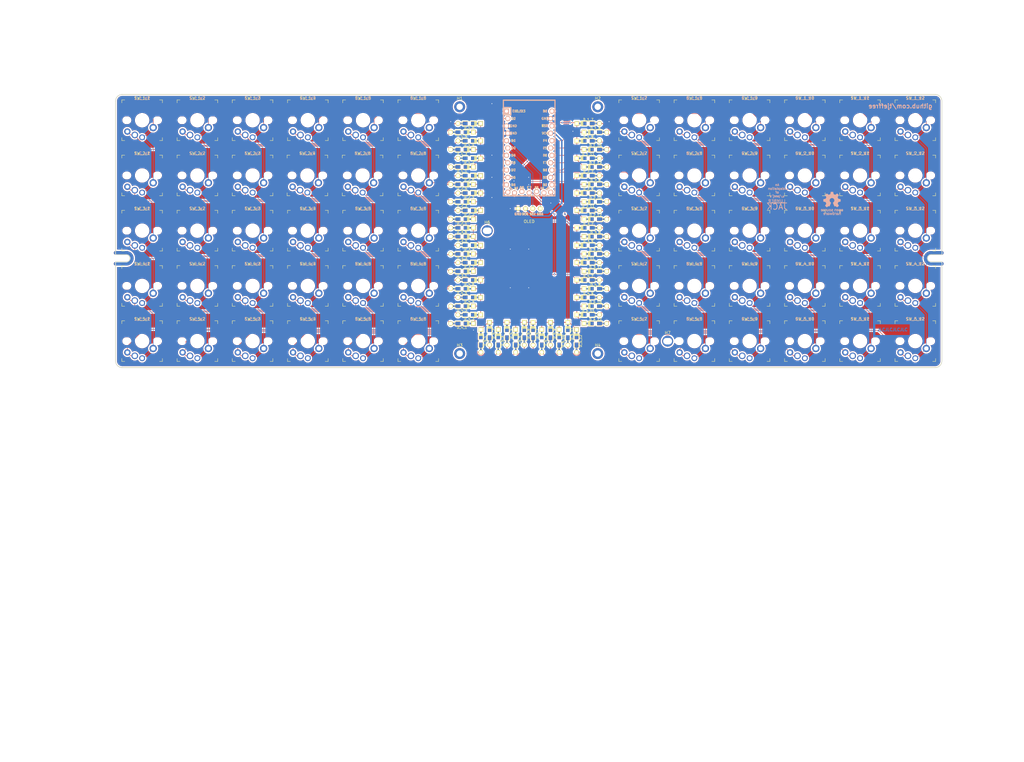
<source format=kicad_pcb>
(kicad_pcb (version 20211014) (generator pcbnew)
  (title_block (title "T-1: Lumberelite") (date "2022-02-27") (rev "2022.2") (comment 1 "Designed to fit into tray-mounted GH60 cases.") (comment 2 " in the \"show the components\" tradition of the Plaid Keyboard PCB.") (comment 3 "Design based upon u/peej's Lumberjack keyboard,") (comment 4 "Keyboard PCB; \"unsplit\" 2x 5x6 ortholinear, using an Elite-C or same layout board"))
  (layers (0 "F.Cu" signal) (31 "B.Cu" signal) (34 "B.Paste" user) (35 "F.Paste" user) (36 "B.SilkS" user "B.Silkscreen") (37 "F.SilkS" user "F.Silkscreen") (38 "B.Mask" user) (39 "F.Mask" user) (44 "Edge.Cuts" user))
  (net 0 "")
  (net 1 "/ROW1")
  (net 2 "/ROW2")
  (net 3 "/ROW3")
  (net 4 "/ROW4")
  (net 5 "/ROW5")
  (net 6 "/COL3")
  (net 7 "/COL1")
  (net 8 "/COL2")
  (net 9 "/COL4")
  (net 10 "/COL5")
  (net 11 "/COL6")
  (net 12 "/COL7")
  (net 13 "/COL8")
  (net 14 "/COL9")
  (net 15 "Net-(D_1_1-Pad2)")
  (net 16 "Net-(D_1_2-Pad2)")
  (net 17 "Net-(D_1_3-Pad2)")
  (net 18 "Net-(D_1_4-Pad2)")
  (net 19 "Net-(D_1_5-Pad2)")
  (net 20 "Net-(D_1_6-Pad2)")
  (net 23 "Net-(D_1_7-Pad2)")
  (net 24 "Net-(D_1_8-Pad2)")
  (net 25 "Net-(D_1_9-Pad2)")
  (net 26 "Net-(D_1_10-Pad2)")
  (net 27 "/COL10")
  (net 28 "Net-(D_1_11-Pad2)")
  (net 29 "/COL11")
  (net 30 "Net-(D_1_12-Pad2)")
  (net 31 "/COL12")
  (net 32 "Net-(D_2_1-Pad2)")
  (net 33 "Net-(D_2_2-Pad2)")
  (net 34 "Net-(D_2_3-Pad2)")
  (net 35 "Net-(D_2_4-Pad2)")
  (net 36 "Net-(D_2_5-Pad2)")
  (net 37 "Net-(D_2_6-Pad2)")
  (net 38 "Net-(D_2_7-Pad2)")
  (net 39 "Net-(D_2_8-Pad2)")
  (net 40 "Net-(D_2_9-Pad2)")
  (net 41 "Net-(D_2_10-Pad2)")
  (net 42 "Net-(D_2_11-Pad2)")
  (net 43 "Net-(D_2_12-Pad2)")
  (net 44 "Net-(D_3_1-Pad2)")
  (net 45 "Net-(D_3_2-Pad2)")
  (net 46 "Net-(D_3_3-Pad2)")
  (net 47 "Net-(D_3_4-Pad2)")
  (net 48 "Net-(D_3_5-Pad2)")
  (net 49 "Net-(D_3_6-Pad2)")
  (net 50 "Net-(D_3_7-Pad2)")
  (net 51 "Net-(D_3_8-Pad2)")
  (net 52 "Net-(D_3_9-Pad2)")
  (net 53 "Net-(D_3_10-Pad2)")
  (net 54 "Net-(D_3_11-Pad2)")
  (net 55 "Net-(D_3_12-Pad2)")
  (net 56 "Net-(D_4_1-Pad2)")
  (net 57 "Net-(D_4_2-Pad2)")
  (net 58 "Net-(D_4_3-Pad2)")
  (net 59 "Net-(D_4_4-Pad2)")
  (net 60 "Net-(D_4_5-Pad2)")
  (net 61 "Net-(D_4_6-Pad2)")
  (net 62 "Net-(D_4_7-Pad2)")
  (net 63 "Net-(D_4_8-Pad2)")
  (net 64 "Net-(D_4_9-Pad2)")
  (net 65 "Net-(D_4_10-Pad2)")
  (net 66 "Net-(D_4_11-Pad2)")
  (net 67 "Net-(D_4_12-Pad2)")
  (net 68 "Net-(D_5_1-Pad2)")
  (net 69 "Net-(D_5_2-Pad2)")
  (net 70 "Net-(D_5_3-Pad2)")
  (net 71 "Net-(D_5_4-Pad2)")
  (net 72 "Net-(D_5_5-Pad2)")
  (net 73 "Net-(D_5_6-Pad2)")
  (net 74 "Net-(D_5_7-Pad2)")
  (net 75 "Net-(D_5_8-Pad2)")
  (net 76 "Net-(D_5_9-Pad2)")
  (net 77 "Net-(D_5_10-Pad2)")
  (net 78 "Net-(D_5_11-Pad2)")
  (net 79 "Net-(D_5_12-Pad2)")
  (net 80 "/3V3")
  (net 81 "/GND")
  (net 85 "/SDA")
  (net 86 "/SCL")
  (footprint "ProjectLocal:SW_MX_PG1350_NoLed" (layer "F.Cu") (at 325.85 58.875)
    (fp_text reference "SW_1_12")
    (fp_text value "MX-compatible or Kailh Choc v1")
  )
  (footprint "ProjectLocal:SW_MX_PG1350_NoLed" (layer "F.Cu") (at 268.7 58.875)
    (fp_text reference "SW_1_9")
    (fp_text value "MX-compatible or Kailh Choc v1")
  )
  (footprint "ProjectLocal:SW_MX_PG1350_NoLed" (layer "F.Cu") (at 325.85 77.925)
    (fp_text reference "SW_2_12")
    (fp_text value "MX-compatible or Kailh Choc v1")
  )
  (footprint "ProjectLocal:SW_MX_PG1350_NoLed" (layer "F.Cu") (at 268.7 77.925)
    (fp_text reference "SW_2_9")
    (fp_text value "MX-compatible or Kailh Choc v1")
  )
  (footprint "ProjectLocal:SW_MX_PG1350_NoLed" (layer "F.Cu") (at 325.85 96.975)
    (fp_text reference "SW_3_12")
    (fp_text value "MX-compatible or Kailh Choc v1")
  )
  (footprint "ProjectLocal:SW_MX_PG1350_NoLed" (layer "F.Cu") (at 306.8 96.975)
    (fp_text reference "SW_3_11")
    (fp_text value "MX-compatible or Kailh Choc v1")
  )
  (footprint "ProjectLocal:SW_MX_PG1350_NoLed" (layer "F.Cu") (at 249.65 77.925)
    (fp_text reference "SW_2_8")
    (fp_text value "MX-compatible or Kailh Choc v1")
  )
  (footprint "ProjectLocal:SW_MX_PG1350_NoLed" (layer "F.Cu") (at 325.85 116.025)
    (fp_text reference "SW_4_12")
    (fp_text value "MX-compatible or Kailh Choc v1")
  )
  (footprint "ProjectLocal:SW_MX_PG1350_NoLed" (layer "F.Cu") (at 325.85 135.075)
    (fp_text reference "SW_5_12")
    (fp_text value "MX-compatible or Kailh Choc v1")
  )
  (footprint "ProjectLocal:SW_MX_PG1350_NoLed" (layer "F.Cu") (at 287.75 116.025)
    (fp_text reference "SW_4_10")
    (fp_text value "MX-compatible or Kailh Choc v1")
  )
  (footprint "ProjectLocal:SW_MX_PG1350_NoLed" (layer "F.Cu") (at 268.7 116.025)
    (fp_text reference "SW_4_9")
    (fp_text value "MX-compatible or Kailh Choc v1")
  )
  (footprint "ProjectLocal:SW_MX_PG1350_NoLed" (layer "F.Cu") (at 78.2 135.075)
    (fp_text reference "SW_5_2")
    (fp_text value "MX-compatible or Kailh Choc v1")
  )
  (footprint "ProjectLocal:SW_MX_PG1350_NoLed" (layer "F.Cu") (at 116.3 135.075)
    (fp_text reference "SW_5_4")
    (fp_text value "MX-compatible or Kailh Choc v1")
  )
  (footprint "ProjectLocal:SW_MX_PG1350_NoLed" (layer "F.Cu") (at 135.35 135.075)
    (fp_text reference "SW_5_5")
    (fp_text value "MX-compatible or Kailh Choc v1")
  )
  (footprint "ProjectLocal:SW_MX_PG1350_NoLed" (layer "F.Cu") (at 268.7 135.075)
    (fp_text reference "SW_5_9")
    (fp_text value "MX-compatible or Kailh Choc v1")
  )
  (footprint "Keebio-Parts:Diode-dual" (layer "F.Cu") (at 172 78)
    (fp_text reference "D_2_6")
    (fp_text value "1N4148" hide)
  )
  (footprint "Keebio-Parts:Diode-dual" (layer "F.Cu") (at 172 114)
    (fp_text reference "D_4_6")
    (fp_text value "1N4148" hide)
  )
  (footprint "Keebio-Parts:Diode-dual" (layer "F.Cu") (at 191 132.5 90)
    (fp_text reference "D_5_6")
    (fp_text value "1N4148" hide)
  )
  (footprint "Keebio-Parts:Diode-dual" (layer "F.Cu") (at 188 135 90)
    (fp_text reference "D_5_5")
    (fp_text value "1N4148" hide)
  )
  (footprint "Keebio-Parts:Diode-dual" (layer "F.Cu") (at 185 132.5 90)
    (fp_text reference "D_5_4")
    (fp_text value "1N4148" hide)
  )
  (footprint "Keebio-Parts:Diode-dual" (layer "F.Cu") (at 179 132.5 90)
    (fp_text reference "D_5_2")
    (fp_text value "1N4148" hide)
  )
  (footprint "Keebio-Parts:Diode-dual" (layer "F.Cu") (at 172 72)
    (fp_text reference "D_1_2")
    (fp_text value "1N4148" hide)
  )
  (footprint "MountingHole:MountingHole_2.2mm_M2_DIN965_Pad" (layer "F.Cu") (at 168.68748 54.23755)
    (fp_text reference "H1")
    (fp_text value "M2 16mm Spacer")
  )
  (footprint "MountingHole:MountingHole_2.2mm_M2_DIN965_Pad" (layer "F.Cu") (at 216.31252 54.23755)
    (fp_text reference "H2")
    (fp_text value "M2 16mm Spacer")
  )
  (footprint "MountingHole:MountingHole_2.2mm_M2_DIN965_Pad" (layer "F.Cu") (at 168.68748 139.367309)
    (fp_text reference "H3")
    (fp_text value "M2 16mm Spacer")
  )
  (footprint "MountingHole:MountingHole_2.2mm_M2_DIN965_Pad" (layer "F.Cu") (at 216.31252 139.367309)
    (fp_text reference "H4")
    (fp_text value "M2 16mm Spacer")
  )
  (footprint "Keebio-Parts:Diode-dual" (layer "F.Cu") (at 206 132.5 90)
    (fp_text reference "D_5_11")
    (fp_text value "1N4148" hide)
  )
  (footprint "ProjectLocal:SW_MX_PG1350_NoLed" (layer "F.Cu") (at 249.65 135.075)
    (fp_text reference "SW_5_8")
    (fp_text value "MX-compatible or Kailh Choc v1")
  )
  (footprint "ProjectLocal:SW_MX_PG1350_NoLed" (layer "F.Cu") (at 135.35 116.025)
    (fp_text reference "SW_4_5")
    (fp_text value "MX-compatible or Kailh Choc v1")
  )
  (footprint "ProjectLocal:SW_MX_PG1350_NoLed" (layer "F.Cu") (at 116.3 116.025)
    (fp_text reference "SW_4_4")
    (fp_text value "MX-compatible or Kailh Choc v1")
  )
  (footprint "ProjectLocal:SW_MX_PG1350_NoLed" (layer "F.Cu") (at 97.25 116.025)
    (fp_text reference "SW_4_3")
    (fp_text value "MX-compatible or Kailh Choc v1")
  )
  (footprint "ProjectLocal:SW_MX_PG1350_NoLed" (layer "F.Cu") (at 59.15 135.075)
    (fp_text reference "SW_5_1")
    (fp_text value "MX-compatible or Kailh Choc v1")
  )
  (footprint "Keebio-Parts:Diode-dual" (layer "F.Cu") (at 172 126)
    (fp_text reference "D_4_2")
    (fp_text value "1N4148" hide)
  )
  (footprint "Keebio-Parts:Diode-dual" (layer "F.Cu") (at 172 120)
    (fp_text reference "D_4_4")
    (fp_text value "1N4148" hide)
  )
  (footprint "Keebio-Parts:Diode-dual" (layer "F.Cu") (at 169.5 111)
    (fp_text reference "D_3_1")
    (fp_text value "1N4148" hide)
  )
  (footprint "Keebio-Parts:Diode-dual" (layer "F.Cu") (at 172 108)
    (fp_text reference "D_3_2")
    (fp_text value "1N4148" hide)
  )
  (footprint "Keebio-Parts:Diode-dual" (layer "F.Cu") (at 169.5 105)
    (fp_text reference "D_3_3")
    (fp_text value "1N4148" hide)
  )
  (footprint "Keebio-Parts:Diode-dual" (layer "F.Cu") (at 169.5 117)
    (fp_text reference "D_4_5")
    (fp_text value "1N4148" hide)
  )
  (footprint "Keebio-Parts:Diode-dual" (layer "F.Cu") (at 169.5 93)
    (fp_text reference "D_2_1")
    (fp_text value "1N4148" hide)
  )
  (footprint "Keebio-Parts:Diode-dual" (layer "F.Cu") (at 169.5 99)
    (fp_text reference "D_3_5")
    (fp_text value "1N4148" hide)
  )
  (footprint "Keebio-Parts:Diode-dual" (layer "F.Cu") (at 169.5 87)
    (fp_text reference "D_2_3")
    (fp_text value "1N4148" hide)
  )
  (footprint "Keebio-Parts:Diode-dual" (layer "F.Cu") (at 172 84)
    (fp_text reference "D_2_4")
    (fp_text value "1N4148" hide)
  )
  (footprint "Keebio-Parts:Diode-dual" (layer "F.Cu") (at 169.5 81)
    (fp_text reference "D_2_5")
    (fp_text value "1N4148" hide)
  )
  (footprint "Keebio-Parts:Diode-dual" (layer "F.Cu") (at 213 72 180)
    (fp_text reference "D_1_11")
    (fp_text value "1N4148" hide)
  )
  (footprint "Keebio-Parts:Diode-dual" (layer "F.Cu") (at 169.5 69)
    (fp_text reference "D_1_3")
    (fp_text value "1N4148" hide)
  )
  (footprint "ProjectLocal:SW_MX_PG1350_NoLed" (layer "F.Cu") (at 154.4 96.975)
    (fp_text reference "SW_3_6")
    (fp_text value "MX-compatible or Kailh Choc v1")
  )
  (footprint "ProjectLocal:SW_MX_PG1350_NoLed" (layer "F.Cu") (at 135.2 77.925)
    (fp_text reference "SW_2_5")
    (fp_text value "MX-compatible or Kailh Choc v1")
  )
  (footprint "ProjectLocal:SW_MX_PG1350_NoLed" (layer "F.Cu") (at 97.25 96.975)
    (fp_text reference "SW_3_3")
    (fp_text value "MX-compatible or Kailh Choc v1")
  )
  (footprint "ProjectLocal:SW_MX_PG1350_NoLed" (layer "F.Cu") (at 78.2 96.975)
    (fp_text reference "SW_3_2")
    (fp_text value "MX-compatible or Kailh Choc v1")
  )
  (footprint "ProjectLocal:SW_MX_PG1350_NoLed" (layer "F.Cu") (at 59.15 96.975)
    (fp_text reference "SW_3_1")
    (fp_text value "MX-compatible or Kailh Choc v1")
  )
  (footprint "ProjectLocal:SW_MX_PG1350_NoLed" (layer "F.Cu") (at 154.4 58.875)
    (fp_text reference "SW_1_6")
    (fp_text value "MX-compatible or Kailh Choc v1")
  )
  (footprint "ProjectLocal:SW_MX_PG1350_NoLed" (layer "F.Cu") (at 116.3 58.875)
    (fp_text reference "SW_1_4")
    (fp_text value "MX-compatible or Kailh Choc v1")
  )
  (footprint "ProjectLocal:SW_MX_PG1350_NoLed" (layer "F.Cu") (at 97.25 58.875)
    (fp_text reference "SW_1_3")
    (fp_text value "MX-compatible or Kailh Choc v1")
  )
  (footprint "Keebio-Parts:Diode-dual" (layer "F.Cu") (at 215.5 69 180)
    (fp_text reference "D_1_10")
    (fp_text value "1N4148" hide)
  )
  (footprint "ProjectLocal:SW_MX_PG1350_NoLed" (layer "F.Cu") (at 306.8 58.875)
    (fp_text reference "SW_1_11")
    (fp_text value "MX-compatible or Kailh Choc v1")
  )
  (footprint "Keebio-Parts:Diode-dual" (layer "F.Cu") (at 169.5 63)
    (fp_text reference "D_1_5")
    (fp_text value "1N4148" hide)
  )
  (footprint "ProjectLocal:SW_MX_PG1350_NoLed" (layer "F.Cu") (at 97.25 77.925)
    (fp_text reference "SW_2_3")
    (fp_text value "MX-compatible or Kailh Choc v1")
  )
  (footprint "ProjectLocal:SW_MX_PG1350_NoLed" (layer "F.Cu") (at 116.15 77.925)
    (fp_text reference "SW_2_4")
    (fp_text value "MX-compatible or Kailh Choc v1")
  )
  (footprint "ProjectLocal:SW_MX_PG1350_NoLed" (layer "F.Cu") (at 154.4 77.925)
    (fp_text reference "SW_2_6")
    (fp_text value "MX-compatible or Kailh Choc v1")
  )
  (footprint "ProjectLocal:SW_MX_PG1350_NoLed" (layer "F.Cu") (at 59.15 116.025)
    (fp_text reference "SW_4_1")
    (fp_text value "MX-compatible or Kailh Choc v1")
  )
  (footprint "ProjectLocal:SW_MX_PG1350_NoLed" (layer "F.Cu") (at 78.2 116.025)
    (fp_text reference "SW_4_2")
    (fp_text value "MX-compatible or Kailh Choc v1")
  )
  (footprint "ProjectLocal:SW_MX_PG1350_NoLed" (layer "F.Cu") (at 306.8 135.075)
    (fp_text reference "SW_5_11")
    (fp_text value "MX-compatible or Kailh Choc v1")
  )
  (footprint "ProjectLocal:SW_MX_PG1350_NoLed" (layer "F.Cu") (at 249.65 96.975)
    (fp_text reference "SW_3_8")
    (fp_text value "MX-compatible or Kailh Choc v1")
  )
  (footprint "ProjectLocal:SW_MX_PG1350_NoLed" (layer "F.Cu") (at 268.7 96.975)
    (fp_text reference "SW_3_9")
    (fp_text value "MX-compatible or Kailh Choc v1")
  )
  (footprint "ProjectLocal:SW_MX_PG1350_NoLed" (layer "F.Cu") (at 306.8 116.025)
    (fp_text reference "SW_4_11")
    (fp_text value "MX-compatible or Kailh Choc v1")
  )
  (footprint "Keebio-Parts:Diode-dual" (layer "F.Cu") (at 203 135 90)
    (fp_text reference "D_5_10")
    (fp_text value "1N4148" hide)
  )
  (footprint "ProjectLocal:SW_MX_PG1350_NoLed" (layer "F.Cu") (at 97.25 135.075)
    (fp_text reference "SW_5_3")
    (fp_text value "MX-compatible or Kailh Choc v1")
  )
  (footprint "ProjectLocal:SW_MX_PG1350_NoLed" (layer "F.Cu") (at 59.15 77.925)
    (fp_text reference "SW_2_1")
    (fp_text value "MX-compatible or Kailh Choc v1")
  )
  (footprint "ProjectLocal:SW_MX_PG1350_NoLed" (layer "F.Cu") (at 249.65 116.025)
    (fp_text reference "SW_4_8")
    (fp_text value "MX-compatible or Kailh Choc v1")
  )
  (footprint "ProjectLocal:SW_MX_PG1350_NoLed" (layer "F.Cu") (at 135.35 58.875)
    (fp_text reference "SW_1_5")
    (fp_text value "MX-compatible or Kailh Choc v1")
  )
  (footprint "ProjectLocal:SW_MX_PG1350_NoLed" (layer "F.Cu") (at 287.75 58.875)
    (fp_text reference "SW_1_10")
    (fp_text value "MX-compatible or Kailh Choc v1")
  )
  (footprint "ProjectLocal:SW_MX_PG1350_NoLed" (layer "F.Cu") (at 306.8 77.925)
    (fp_text reference "SW_2_11")
    (fp_text value "MX-compatible or Kailh Choc v1")
  )
  (footprint "ProjectLocal:SW_MX_PG1350_NoLed" (layer "F.Cu") (at 154.4 116.025)
    (fp_text reference "SW_4_6")
    (fp_text value "MX-compatible or Kailh Choc v1")
  )
  (footprint "Keebio-Parts:Diode-dual" (layer "F.Cu") (at 176 135 90)
    (fp_text reference "D_5_1")
    (fp_text value "1N4148" hide)
  )
  (footprint "ProjectLocal:SW_MX_PG1350_NoLed" (layer "F.Cu") (at 230.6 77.925)
    (fp_text reference "SW_2_7")
    (fp_text value "MX-compatible or Kailh Choc v1")
  )
  (footprint "ProjectLocal:SW_MX_PG1350_NoLed" (layer "F.Cu") (at 230.6 58.875)
    (fp_text reference "SW_1_7")
    (fp_text value "MX-compatible or Kailh Choc v1")
  )
  (footprint "ProjectLocal:SW_MX_PG1350_NoLed" (layer "F.Cu") (at 249.65 58.875)
    (fp_text reference "SW_1_8")
    (fp_text value "MX-compatible or Kailh Choc v1")
  )
  (footprint "ProjectLocal:SW_MX_PG1350_NoLed" (layer "F.Cu") (at 154.4 135.075)
    (fp_text reference "SW_5_6")
    (fp_text value "MX-compatible or Kailh Choc v1")
  )
  (footprint "Keebio-Parts:Diode-dual" (layer "F.Cu") (at 215.5 111 180)
    (fp_text reference "D_3_12")
    (fp_text value "1N4148" hide)
  )
  (footprint "Keebio-Parts:Diode-dual" (layer "F.Cu") (at 209 135 90)
    (fp_text reference "D_5_12")
    (fp_text value "1N4148" hide)
  )
  (footprint "ProjectLocal:SW_MX_PG1350_NoLed" (layer "F.Cu") (at 230.6 96.975)
    (fp_text reference "SW_3_7")
    (fp_text value "MX-compatible or Kailh Choc v1")
  )
  (footprint "ProjectLocal:SW_MX_PG1350_NoLed" (layer "F.Cu") (at 230.6 135.075)
    (fp_text reference "SW_5_7")
    (fp_text value "MX-compatible or Kailh Choc v1")
  )
  (footprint "ProjectLocal:SW_MX_PG1350_NoLed" (layer "F.Cu") (at 230.6 116.025)
    (fp_text reference "SW_4_7")
    (fp_text value "MX-compatible or Kailh Choc v1")
  )
  (footprint "ProjectLocal:SW_MX_PG1350_NoLed" (layer "F.Cu") (at 135.35 96.975)
    (fp_text reference "SW_3_5")
    (fp_text value "MX-compatible or Kailh Choc v1")
  )
  (footprint "ProjectLocal:SW_MX_PG1350_NoLed" (layer "F.Cu") (at 287.75 77.925)
    (fp_text reference "SW_2_10")
    (fp_text value "MX-compatible or Kailh Choc v1")
  )
  (footprint "Keebio-Parts:Diode-dual" (layer "F.Cu") (at 215.5 75 180)
    (fp_text reference "D_1_12")
    (fp_text value "1N4148" hide)
  )
  (footprint "Keebio-Parts:Diode-dual" (layer "F.Cu") (at 213 60 180)
    (fp_text reference "D_1_7")
    (fp_text value "1N4148" hide)
  )
  (footprint "Keebio-Parts:Diode-dual" (layer "F.Cu") (at 215.5 63 180)
    (fp_text reference "D_1_8")
    (fp_text value "1N4148" hide)
  )
  (footprint "Keebio-Parts:Diode-dual" (layer "F.Cu") (at 213 78 180)
    (fp_text reference "D_2_7")
    (fp_text value "1N4148" hide)
  )
  (footprint "Keebio-Parts:Diode-dual" (layer "F.Cu") (at 215.5 93 180)
    (fp_text reference "D_2_12")
    (fp_text value "1N4148" hide)
  )
  (footprint "Keebio-Parts:Diode-dual" (layer "F.Cu") (at 215.5 87 180)
    (fp_text reference "D_2_10")
    (fp_text value "1N4148" hide)
  )
  (footprint "Keebio-Parts:Diode-dual" (layer "F.Cu") (at 213 90 180)
    (fp_text reference "D_2_11")
    (fp_text value "1N4148" hide)
  )
  (footprint "Keebio-Parts:Diode-dual" (layer "F.Cu") (at 213 102 180)
    (fp_text reference "D_3_9")
    (fp_text value "1N4148" hide)
  )
  (footprint "Keebio-Parts:Diode-dual" (layer "F.Cu") (at 215.5 99 180)
    (fp_text reference "D_3_8")
    (fp_text value "1N4148" hide)
  )
  (footprint "Keebio-Parts:Diode-dual" (layer "F.Cu") (at 213 96 180)
    (fp_text reference "D_3_7")
    (fp_text value "1N4148" hide)
  )
  (footprint "Keebio-Parts:Diode-dual" (layer "F.Cu") (at 215.5 81 180)
    (fp_text reference "D_2_8")
    (fp_text value "1N4148" hide)
  )
  (footprint "Keebio-Parts:Diode-dual" (layer "F.Cu") (at 213 108 180)
    (fp_text reference "D_3_11")
    (fp_text value "1N4148" hide)
  )
  (footprint "Keebio-Parts:Diode-dual" (layer "F.Cu") (at 215.5 105 180)
    (fp_text reference "D_3_10")
    (fp_text value "1N4148" hide)
  )
  (footprint "Keebio-Parts:Diode-dual" (layer "F.Cu") (at 213 114 180)
    (fp_text reference "D_4_7")
    (fp_text value "1N4148" hide)
  )
  (footprint "Keebio-Parts:Diode-dual" (layer "F.Cu") (at 213 84 180)
    (fp_text reference "D_2_9")
    (fp_text value "1N4148" hide)
  )
  (footprint "Keebio-Parts:Diode-dual" (layer "F.Cu") (at 213 66 180)
    (fp_text reference "D_1_9")
    (fp_text value "1N4148" hide)
  )
  (footprint "Keebio-Parts:Diode-dual" (layer "F.Cu") (at 215.5 129 180)
    (fp_text reference "D_4_12")
    (fp_text value "1N4148" hide)
  )
  (footprint "Keebio-Parts:Diode-dual" (layer "F.Cu") (at 213 120 180)
    (fp_text reference "D_4_9")
    (fp_text value "1N4148" hide)
  )
  (footprint "Keebio-Parts:Diode-dual" (layer "F.Cu") (at 194 132.5 90)
    (fp_text reference "D_5_7")
    (fp_text value "1N4148" hide)
  )
  (footprint "Keebio-Parts:Diode-dual" (layer "F.Cu") (at 215.5 117 180)
    (fp_text reference "D_4_8")
    (fp_text value "1N4148" hide)
  )
  (footprint "Keebio-Parts:Diode-dual" (layer "F.Cu") (at 215.5 123 180)
    (fp_text reference "D_4_10")
    (fp_text value "1N4148" hide)
  )
  (footprint "Keebio-Parts:Diode-dual" (layer "F.Cu") (at 213 126 180)
    (fp_text reference "D_4_11")
    (fp_text value "1N4148" hide)
  )
  (footprint "Keebio-Parts:Diode-dual" (layer "F.Cu") (at 197 135 90)
    (fp_text reference "D_5_8")
    (fp_text value "1N4148" hide)
  )
  (footprint "Keebio-Parts:Diode-dual" (layer "F.Cu") (at 200 132.5 90)
    (fp_text reference "D_5_9")
    (fp_text value "1N4148" hide)
  )
  (footprint "Keebio-Parts:Diode-dual" (layer "F.Cu") (at 169.5 129)
    (fp_text reference "D_4_1")
    (fp_text value "1N4148" hide)
  )
  (footprint "Keebio-Parts:Diode-dual" (layer "F.Cu") (at 172 102)
    (fp_text reference "D_3_4")
    (fp_text value "1N4148" hide)
  )
  (footprint "Keebio-Parts:Diode-dual" (layer "F.Cu") (at 169.5 96)
    (fp_text reference "D_3_6")
    (fp_text value "1N4148" hide)
  )
  (footprint "Keebio-Parts:Diode-dual" (layer "F.Cu") (at 169.5 75)
    (fp_text reference "D_1_1")
    (fp_text value "1N4148" hide)
  )
  (footprint "Keebio-Parts:Diode-dual" (layer "F.Cu") (at 169.5 123)
    (fp_text reference "D_4_3")
    (fp_text value "1N4148" hide)
  )
  (footprint "ProjectLocal:SW_MX_PG1350_NoLed" (layer "F.Cu") (at 287.75 96.975)
    (fp_text reference "SW_3_10")
    (fp_text value "MX-compatible or Kailh Choc v1")
  )
  (footprint "ProjectLocal:SW_MX_PG1350_NoLed" (layer "F.Cu") (at 78.2 58.875)
    (fp_text reference "SW_1_2")
    (fp_text value "MX-compatible or Kailh Choc v1")
  )
  (footprint "ProjectLocal:SW_MX_PG1350_NoLed" (layer "F.Cu") (at 287.75 135.075)
    (fp_text reference "SW_5_10")
    (fp_text value "MX-compatible or Kailh Choc v1")
  )
  (footprint "ProjectLocal:SW_MX_PG1350_NoLed" (layer "F.Cu") (at 59.15 58.875)
    (fp_text reference "SW_1_1")
    (fp_text value "MX-compatible or Kailh Choc v1")
  )
  (footprint "ProjectLocal:SW_MX_PG1350_NoLed" (layer "F.Cu") (at 78.2 77.925)
    (fp_text reference "SW_2_2")
    (fp_text value "MX-compatible or Kailh Choc v1")
  )
  (footprint "ProjectLocal:SW_MX_PG1350_NoLed" (layer "F.Cu") (at 116.3 96.975)
    (fp_text reference "SW_3_4")
    (fp_text value "MX-compatible or Kailh Choc v1")
  )
  (footprint "Keebio-Parts:Diode-dual" (layer "F.Cu") (at 172 66)
    (fp_text reference "D_1_4")
    (fp_text value "1N4148" hide)
  )
  (footprint "Keebio-Parts:Diode-dual" (layer "F.Cu") (at 182 135 90)
    (fp_text reference "D_5_3")
    (fp_text value "1N4148" hide)
  )
  (footprint "Keebio-Parts:Diode-dual" (layer "F.Cu") (at 172 90)
    (fp_text reference "D_2_2")
    (fp_text value "1N4148" hide)
  )
  (footprint "Keebio-Parts:Diode-dual" (layer "F.Cu") (at 172 60)
    (fp_text reference "D_1_6")
    (fp_text value "1N4148" hide)
  )
  (footprint "ProjectLocal:Graphic_Mask_HalfHole" (layer "F.Cu") (at 53.7089 106.5)
    (fp_text reference "HOLE" hide)
    (fp_text value "Graphic_Mask_HalfHole")
  )
  (footprint "ProjectLocal:Graphic_Mask_HalfHole" (layer "F.Cu") (at 331.2912 106.5 180)
    (fp_text reference "HOLE" hide)
    (fp_text value "Graphic_Mask_HalfHole")
  )
  (footprint "Library:MountingHole_2.2mm_M2_elongated" (layer "F.Cu") (at 178.192003 97.003494)
    (fp_text reference "H6")
    (fp_text value "~")
  )
  (footprint "Keebio-Parts:Elite-C-ZigZag" (layer "F.Cu") (at 192.674328 69.730073 -90)
    (fp_text reference "U2" hide)
    (fp_text value "Elite-C" hide)
  )
  (footprint "ProjectLocal:Bumpon_3M_F0502" (layer "F.Cu") (at 180.84 101.91)
    (fp_text reference "H5" hide)
    (fp_text value "~")
  )
  (footprint "Library:MountingHole_2.2mm_M2_elongated" (layer "F.Cu") (at 240.422933 135.085732)
    (fp_text reference "H7")
    (fp_text value "~")
  )
  (footprint "KBD:OLED_v2" (layer "F.Cu") (at 192.653052 89.355 180)
    (fp_text reference "OLED1")
    (fp_text value "SSD1306" hide)
  )
  (footprint "lumberjack:OSHW" (layer "B.Cu") (at 297.125 87.575 180)
    (fp_text reference "REF**" hide)
    (fp_text value "OSHW" hide)
  )
  (gr_line (start 274.8 87.4) (end 281.5 87.4) (layer "B.SilkS") (width 0.254))
  (gr_line (start 50.001463 107.742744) (end 50.001463 141.942744) (layer "F.SilkS") (width 0.2))
  (gr_arc (start 331.292663 107.742744) (mid 330.042663 106.492744) (end 331.292663 105.242744) (layer "F.SilkS") (width 0.2))
  (gr_arc (start 52.251463 144.192744) (mid 50.660473 143.533734) (end 50.001463 141.942744) (layer "F.SilkS") (width 0.2))
  (gr_line (start 50.001463 105.242744) (end 50.001463 52.242744) (layer "F.SilkS") (width 0.2))
  (gr_arc (start 50.001463 52.242744) (mid 50.660473 50.651754) (end 52.251463 49.992744) (layer "F.SilkS") (width 0.2))
  (gr_line (start 335.001463 107.744744) (end 335.001463 141.942744) (layer "F.SilkS") (width 0.2))
  (gr_line (start 53.710363 105.242744) (end 50.001463 105.242744) (layer "F.SilkS") (width 0.2))
  (gr_arc (start 53.710363 105.242744) (mid 54.960363 106.492744) (end 53.710363 107.742744) (layer "F.SilkS") (width 0.2))
  (gr_line (start 335.001463 105.242744) (end 335.001463 52.242744) (layer "F.SilkS") (width 0.2))
  (gr_line (start 332.751463 144.192744) (end 52.251463 144.192744) (layer "F.SilkS") (width 0.2))
  (gr_line (start 332.751463 49.992744) (end 52.251463 49.992744) (layer "F.SilkS") (width 0.2))
  (gr_arc (start 335.001463 141.942744) (mid 334.342453 143.533734) (end 332.751463 144.192744) (layer "F.SilkS") (width 0.2))
  (gr_line (start 53.710363 107.742744) (end 50.001463 107.742744) (layer "F.SilkS") (width 0.2))
  (gr_line (start 331.292663 105.242744) (end 335.001463 105.242744) (layer "F.SilkS") (width 0.2))
  (gr_line (start 331.292663 107.744744) (end 335.001463 107.744744) (layer "F.SilkS") (width 0.2))
  (gr_arc (start 332.751463 49.992744) (mid 334.342453 50.651754) (end 335.001463 52.242744) (layer "F.SilkS") (width 0.2))
  (gr_line (start 335 105.25) (end 335 52.25) (layer "Edge.Cuts") (width 0.2))
  (gr_line (start 332.75 144.2) (end 52.25 144.2) (layer "Edge.Cuts") (width 0.2))
  (gr_arc (start 50 52.25) (mid 50.65901 50.65901) (end 52.25 50) (layer "Edge.Cuts") (width 0.2))
  (gr_line (start 50 105.25) (end 50 52.25) (layer "Edge.Cuts") (width 0.2))
  (gr_arc (start 332.75 50) (mid 334.34099 50.65901) (end 335 52.25) (layer "Edge.Cuts") (width 0.2))
  (gr_arc (start 335 141.95) (mid 334.34099 143.54099) (end 332.75 144.2) (layer "Edge.Cuts") (width 0.2))
  (gr_arc (start 52.25 144.2) (mid 50.65901 143.54099) (end 50 141.95) (layer "Edge.Cuts") (width 0.2))
  (gr_line (start 332.75 50) (end 52.25 50) (layer "Edge.Cuts") (width 0.2))
  (gr_arc (start 331.2912 107.75) (mid 330.0412 106.5) (end 331.2912 105.25) (layer "Edge.Cuts") (width 0.2))
  (gr_line (start 53.7089 107.75) (end 50 107.75) (layer "Edge.Cuts") (width 0.2))
  (gr_line (start 50 107.75) (end 50 141.95) (layer "Edge.Cuts") (width 0.2))
  (gr_line (start 331.2912 107.752) (end 335 107.752) (layer "Edge.Cuts") (width 0.2))
  (gr_line (start 335 107.752) (end 335 141.95) (layer "Edge.Cuts") (width 0.2))
  (gr_line (start 331.2912 105.25) (end 335 105.25) (layer "Edge.Cuts") (width 0.2))
  (gr_arc (start 53.7089 105.25) (mid 54.9589 106.5) (end 53.7089 107.75) (layer "Edge.Cuts") (width 0.2))
  (gr_line (start 53.7089 105.25) (end 50 105.25) (layer "Edge.Cuts") (width 0.2))
  (gr_text "JLCJLCJLCJLC" (at 318 131.12) (layer "B.Cu") (effects (font (size 1 1) (thickness 0.25))))
  (gr_text "LUMBER" (at 278.1 86.75) (layer "B.SilkS") (effects (font (size 1 1)) (justify mirror)))
  (gr_text "SDA" (at 196.392565 91.251685) (layer "B.SilkS") (effects (font (size 0.8 0.8) (thickness 0.2)) (justify mirror)))
  (gr_text "An\nAdaptation\nof\nu/peej's" (at 278.2 83.114) (layer "B.SilkS") (effects (font (size 0.8 0.8) (thickness 0.16)) (justify mirror)))
  (gr_text "VCC" (at 191.312565 91.251685) (layer "B.SilkS") (effects (font (size 0.8 0.8) (thickness 0.2)) (justify mirror)))
  (gr_text "SCL" (at 193.852565 91.251685) (layer "B.SilkS") (effects (font (size 0.8 0.8) (thickness 0.2)) (justify mirror)))
  (gr_text "GND" (at 188.772565 91.251685) (layer "B.SilkS") (effects (font (size 0.8 0.8) (thickness 0.2)) (justify mirror)))
  (gr_text "github.com/tjeffree" (at 331.9 54) (layer "B.SilkS") (effects (font (size 1.5 1.5) (thickness 0.3)) (justify left mirror)))
  (gr_text "JACK" (at 278.2 88.7) (layer "B.SilkS") (effects (font (size 2 2) (thickness 0.25)) (justify mirror)))
  (gr_text "VCC" (at 191.321545 91.26) (layer "F.SilkS") (effects (font (size 0.8 0.8) (thickness 0.2))))
  (gr_text "SCL" (at 193.861545 91.26) (layer "F.SilkS") (effects (font (size 0.8 0.8) (thickness 0.2))))
  (gr_text "GND" (at 188.781545 91.26) (layer "F.SilkS") (effects (font (size 0.8 0.8) (thickness 0.2))))
  (gr_text "SDA" (at 196.401545 91.26) (layer "F.SilkS") (effects (font (size 0.8 0.8) (thickness 0.2))))
  (segment (start 173.4 63) (end 175.85 63) (width 0.16) (layer "F.Cu") (net 1))
  (segment (start 196.135738 59.684262) (end 204.031864 59.684262) (width 0.16) (layer "F.Cu") (net 1))
  (segment (start 173.4 69) (end 175.9 69) (width 0.16) (layer "F.Cu") (net 1))
  (segment (start 173.4 75) (end 173.4 74.5) (width 0.16) (layer "F.Cu") (net 1))
  (segment (start 209.1 60) (end 209.1 62.9616) (width 0.16) (layer "F.Cu") (net 1))
  (segment (start 183.585073 78.620073) (end 176.395 71.43) (width 0.16) (layer "F.Cu") (net 1))
  (segment (start 185.282928 78.620073) (end 186.53448 78.620073) (width 0.16) (layer "F.Cu") (net 1))
  (segment (start 209.1 72) (end 209.1 72.5) (width 0.16) (layer "F.Cu") (net 1))
  (segment (start 209.1 62.9616) (end 209.1 66) (width 0.16) (layer "F.Cu") (net 1))
  (segment (start 193.135 62.685) (end 196.135738 59.684262) (width 0.16) (layer "F.Cu") (net 1))
  (segment (start 193.135 72.019553) (end 193.135 62.685) (width 0.16) (layer "F.Cu") (net 1))
  (segment (start 186.53448 78.620073) (end 193.135 72.019553) (width 0.16) (layer "F.Cu") (net 1))
  (segment (start 209.1 69.0526) (end 209.1 72) (width 0.16) (layer "F.Cu") (net 1))
  (segment (start 209.1 72.5) (end 211.6 75) (width 0.16) (layer "F.Cu") (net 1))
  (segment (start 175.9 69) (end 175.9 72) (width 0.16) (layer "F.Cu") (net 1))
  (segment (start 204.031864 59.684262) (end 204.047772 59.70017) (width 0.16) (layer "F.Cu") (net 1))
  (segment (start 175.9 62.95) (end 175.9 66) (width 0.16) (layer "F.Cu") (net 1))
  (segment (start 173.4 74.5) (end 175.9 72) (width 0.16) (layer "F.Cu") (net 1))
  (segment (start 211.6 63) (end 209.1384 63) (width 0.16) (layer "F.Cu") (net 1))
  (segment (start 175.9 66) (end 175.9 69) (width 0.16) (layer "F.Cu") (net 1))
  (segment (start 185.282928 78.620073) (end 183.585073 78.620073) (width 0.16) (layer "F.Cu") (net 1))
  (segment (start 211.6 69) (end 209.1526 69) (width 0.16) (layer "F.Cu") (net 1))
  (segment (start 206.827312 59.70017) (end 209.077312 59.70017) (width 0.16) (layer "F.Cu") (net 1))
  (segment (start 209.1 66) (end 209.1 69.0526) (width 0.16) (layer "F.Cu") (net 1))
  (segment (start 175.9 60) (end 175.9 62.95) (width 0.16) (layer "F.Cu") (net 1))
  (via (at 204.047772 59.70017) (size 0.6) (drill 0.3) (layers "F.Cu" "B.Cu") (net 1))
  (via (at 206.827312 59.70017) (size 0.6) (drill 0.3) (layers "F.Cu" "B.Cu") (net 1))
  (segment (start 204.047772 59.70017) (end 206.827312 59.70017) (width 0.16) (layer "B.Cu") (net 1))
  (segment (start 209.1 84) (end 209.1 87.0104) (width 0.16) (layer "F.Cu") (net 2))
  (segment (start 209.1 90.5) (end 211.6 93) (width 0.16) (layer "F.Cu") (net 2))
  (segment (start 185.282928 83.700073) (end 188.978739 80.004262) (width 0.16) (layer "F.Cu") (net 2))
  (segment (start 175.9 84) (end 175.9 86.9624) (width 0.16) (layer "F.Cu") (net 2))
  (segment (start 175.9 86.9624) (end 175.9 90) (width 0.16) (layer "F.Cu") (net 2))
  (segment (start 173.4 87) (end 175.8624 87) (width 0.16) (layer "F.Cu") (net 2))
  (segment (start 175.9 80.9934) (end 175.9 84) (width 0.16) (layer "F.Cu") (net 2))
  (segment (start 207.095738 80.004262) (end 209.1 78) (width 0.16) (layer "F.Cu") (net 2))
  (segment (start 175.9 84) (end 184.983001 84) (width 0.16) (layer "F.Cu") (net 2))
  (segment (start 211.6 81) (end 209.116 81) (width 0.16) (layer "F.Cu") (net 2))
  (segment (start 209.1 87.0104) (end 209.1 90) (width 0.16) (layer "F.Cu") (net 2))
  (segment (start 211.6 87) (end 209.1104 87) (width 0.16) (layer "F.Cu") (net 2))
  (segment (start 209.1 78) (end 209.1 81.016) (width 0.16) (layer "F.Cu") (net 2))
  (segment (start 188.978739 80.004262) (end 207.095738 80.004262) (width 0.16) (layer "F.Cu") (net 2))
  (segment (start 209.1 81.016) (end 209.1 84) (width 0.16) (layer "F.Cu") (net 2))
  (segment (start 209.1 90) (end 209.1 90.5) (width 0.16) (layer "F.Cu") (net 2))
  (segment (start 175.9 78) (end 175.9 80.9934) (width 0.16) (layer "F.Cu") (net 2))
  (segment (start 173.4 81) (end 175.8934 81) (width 0.16) (layer "F.Cu") (net 2))
  (segment (start 173.4 93) (end 173.4 92.5) (width 0.16) (layer "F.Cu") (net 2))
  (segment (start 184.983001 84) (end 185.282928 83.700073) (width 0.16) (layer "F.Cu") (net 2))
  (segment (start 173.4 92.5) (end 175.9 90) (width 0.16) (layer "F.Cu") (net 2))
  (segment (start 209.1 96) (end 207.95 96) (width 0.16) (layer "F.Cu") (net 3))
  (segment (start 173.4 96) (end 173.4 99) (width 0.16) (layer "F.Cu") (net 3))
  (segment (start 211.6 99) (end 209.1974 99) (width 0.16) (layer "F.Cu") (net 3))
  (segment (start 209.1 108.5) (end 211.6 111) (width 0.16) (layer "F.Cu") (net 3))
  (segment (start 187.594328 83.928673) (end 178.04 93.483001) (width 0.16) (layer "F.Cu") (net 3))
  (segment (start 173.4 111) (end 173.4 110.5) (width 0.16) (layer "F.Cu") (net 3))
  (segment (start 209.1 98.9026) (end 209.1 102) (width 0.16) (layer "F.Cu") (net 3))
  (segment (start 178.04 93.655) (end 175.745 93.655) (width 0.16) (layer "F.Cu") (net 3))
  (segment (start 175.745 93.655) (end 173.4 96) (width 0.16) (layer "F.Cu") (net 3))
  (segment (start 173.4 99.5) (end 175.9 102) (width 0.16) (layer "F.Cu") (net 3))
  (segment (start 178.04 93.483001) (end 178.04 93.655) (width 0.16) (layer "F.Cu") (net 3))
  (segment (start 211.6 105) (end 209.119 105) (width 0.16) (layer "F.Cu") (net 3))
  (segment (start 207.95 96) (end 205.605 93.655) (width 0.16) (layer "F.Cu") (net 3))
  (segment (start 209.119 105) (end 209.1 105.019) (width 0.16) (layer "F.Cu") (net 3))
  (segment (start 205.605 93.655) (end 178.04 93.655) (width 0.16) (layer "F.Cu") (net 3))
  (segment (start 209.1 108) (end 209.1 108.5) (width 0.16) (layer "F.Cu") (net 3))
  (segment (start 175.9 108) (end 175.9 105.0218) (width 0.16) (layer "F.Cu") (net 3))
  (segment (start 175.9 105.0218) (end 175.9 102) (width 0.16) (layer "F.Cu") (net 3))
  (segment (start 173.4 110.5) (end 175.9 108) (width 0.16) (layer "F.Cu") (net 3))
  (segment (start 209.1 105.019) (end 209.1 108) (width 0.16) (layer "F.Cu") (net 3))
  (segment (start 173.4 105) (end 175.8782 105) (width 0.16) (layer "F.Cu") (net 3))
  (segment (start 209.1 96) (end 209.1 98.9026) (width 0.16) (layer "F.Cu") (net 3))
  (segment (start 173.4 99) (end 173.4 99.5) (width 0.16) (layer "F.Cu") (net 3))
  (segment (start 209.1 102) (end 209.1 105.019) (width 0.16) (layer "F.Cu") (net 3))
  (segment (start 211.6 123) (end 209.1276 123) (width 0.16) (layer "F.Cu") (net 4))
  (segment (start 201.39 112.055317) (end 201.375317 112.07) (width 0.16) (layer "F.Cu") (net 4))
  (segment (start 201.39 112.055317) (end 201.404683 112.07) (width 0.16) (layer "F.Cu") (net 4))
  (segment (start 173.4 117) (end 175.8344 117) (width 0.16) (layer "F.Cu") (net 4))
  (segment (start 209.1 120) (end 209.1 123.0276) (width 0.16) (layer "F.Cu") (net 4))
  (segment (start 209.1 114) (end 209.1 116.9316) (width 0.16) (layer "F.Cu") (net 4))
  (segment (start 175.9 120) (end 175.9 122.979) (width 0.16) (layer "F.Cu") (net 4))
  (segment (start 201.375317 112.07) (end 178.3 112.07) (width 0.16) (layer "F.Cu") (net 4))
  (segment (start 209.1 116.9316) (end 209.1 120) (width 0.16) (layer "F.Cu") (net 4))
  (segment (start 173.4 123) (end 175.879 123) (width 0.16) (layer "F.Cu") (net 4))
  (segment (start 175.879 123) (end 175.9 122.979) (width 0.16) (layer "F.Cu") (net 4))
  (segment (start 175.9 116.9344) (end 175.9 120) (width 0.16) (layer "F.Cu") (net 4))
  (segment (start 201.404683 112.07) (end 207.17 112.07) (width 0.16) (layer "F.Cu") (net 4))
  (segment (start 178.3 112.07) (end 176.37 114) (width 0.16) (layer "F.Cu") (net 4))
  (segment (start 193.913603 83.928673) (end 201.24493 91.26) (width 0.16) (layer "F.Cu") (net 4))
  (segment (start 173.4 128.5) (end 175.9 126) (width 0.16) (layer "F.Cu") (net 4))
  (segment (start 209.1 123.0276) (end 209.1 126) (width 0.16) (layer "F.Cu") (net 4))
  (segment (start 209.1 126) (end 209.1 126.5) (width 0.16) (layer "F.Cu") (net 4))
  (segment (start 175.9 122.979) (end 175.9 126) (width 0.16) (layer "F.Cu") (net 4))
  (segment (start 207.17 112.07) (end 209.1 114) (width 0.16) (layer "F.Cu") (net 4))
  (segment (start 175.9 114) (end 175.9 116.9344) (width 0.16) (layer "F.Cu") (net 4))
  (segment (start 173.4 129) (end 173.4 128.5) (width 0.16) (layer "F.Cu") (net 4))
  (segment (start 209.1 126.5) (end 211.6 129) (width 0.16) (layer "F.Cu") (net 4))
  (segment (start 192.674328 83.928673) (end 193.913603 83.928673) (width 0.16) (layer "F.Cu") (net 4))
  (segment (start 176.37 114) (end 175.9 114) (width 0.16) (layer "F.Cu") (net 4))
  (segment (start 201.24493 91.26) (end 201.39 91.26) (width 0.16) (layer "F.Cu") (net 4))
  (segment (start 211.6 117) (end 209.1684 117) (width 0.16) (layer "F.Cu") (net 4))
  (via (at 201.39 112.055317) (size 0.6) (drill 0.3) (layers "F.Cu" "B.Cu") (net 4))
  (via (at 201.39 91.26) (size 0.6) (drill 0.3) (layers "F.Cu" "B.Cu") (net 4))
  (segment (start 201.39 112.055317) (end 201.39 91.26) (width 0.16) (layer "B.Cu") (net 4))
  (segment (start 206 128.6) (end 203.0196 128.6) (width 0.16) (layer "F.Cu") (net 5))
  (segment (start 206.5 128.6) (end 209 131.1) (width 0.16) (layer "F.Cu") (net 5))
  (segment (start 203.0196 128.6) (end 200 128.6) (width 0.16) (layer "F.Cu") (net 5))
  (segment (start 204.97 88.604345) (end 204.97 91.26) (width 0.16) (layer "F.Cu") (net 5))
  (segment (start 181.963 128.6) (end 185 128.6) (width 0.16) (layer "F.Cu") (net 5))
  (segment (start 206 128.6) (end 206.5 128.6) (width 0.16) (layer "F.Cu") (net 5))
  (segment (start 179 128.6) (end 178.5 128.6) (width 0.16) (layer "F.Cu") (net 5))
  (segment (start 182 131.1) (end 182 128.637) (width 0.16) (layer "F.Cu") (net 5))
  (segment (start 179 128.6) (end 181.963 128.6) (width 0.16) (layer "F.Cu") (net 5))
  (segment (start 203 131.1) (end 203 128.6196) (width 0.16) (layer "F.Cu") (net 5))
  (segment (start 178.5 128.6) (end 176 131.1) (width 0.16) (layer "F.Cu") (net 5))
  (segment (start 197.0144 128.6) (end 194 128.6) (width 0.16) (layer "F.Cu") (net 5))
  (segment (start 194 128.6) (end 191 128.6) (width 0.16) (layer "F.Cu") (net 5))
  (segment (start 188 131.1) (end 188 128.6336) (width 0.16) (layer "F.Cu") (net 5))
  (segment (start 197 131.1) (end 197 128.6144) (width 0.16) (layer "F.Cu") (net 5))
  (segment (start 185 128.6) (end 188.0336 128.6) (width 0.16) (layer "F.Cu") (net 5))
  (segment (start 200.065728 83.700073) (end 204.97 88.604345) (width 0.16) (layer "F.Cu") (net 5))
  (segment (start 206 128.6) (end 201.259549 128.6) (width 0.16) (layer "F.Cu") (net 5))
  (segment (start 200 128.6) (end 197.0144 128.6) (width 0.16) (layer "F.Cu") (net 5))
  (segment (start 188.0336 128.6) (end 191 128.6) (width 0.16) (layer "F.Cu") (net 5))
  (via (at 204.97 91.26) (size 0.6) (drill 0.3) (layers "F.Cu" "B.Cu") (net 5))
  (segment (start 204.97 91.26) (end 206 92.29) (width 0.16) (layer "B.Cu") (net 5))
  (segment (start 206 92.29) (end 206 128.6) (width 0.16) (layer "B.Cu") (net 5))
  (segment (start 182.11 68.284345) (end 184.825728 71.000073) (width 0.16) (layer "F.Cu") (net 6))
  (segment (start 101.06 61.415) (end 101.06 57.59) (width 0.16) (layer "F.Cu") (net 6))
  (segment (start 180.629398 57.37596) (end 182.11 58.856562) (width 0.16) (layer "F.Cu") (net 6))
  (segment (start 101.06 57.59) (end 102.868921 55.781079) (width 0.16) (layer "F.Cu") (net 6))
  (segment (start 102.868921 55.781079) (end 164.312477 55.781079) (width 0.16) (layer "F.Cu") (net 6))
  (segment (start 182.11 58.856562) (end 182.11 68.284345) (width 0.16) (layer "F.Cu") (net 6))
  (segment (start 164.312477 55.781079) (end 165.907358 57.37596) (width 0.16) (layer "F.Cu") (net 6))
  (segment (start 165.907358 57.37596) (end 180.629398 57.37596) (width 0.16) (layer "F.Cu") (net 6))
  (segment (start 97.7 64.775) (end 97.25 64.775) (width 0.16) (layer "B.Cu") (net 6))
  (segment (start 101.072712 80.507408) (end 97.712712 83.867408) (width 0.16) (layer "B.Cu") (net 6))
  (segment (start 101.072712 87.677408) (end 101.072712 99.557408) (width 0.16) (layer "B.Cu") (net 6))
  (segment (start 101.072712 125.777408) (end 101.072712 137.657408) (width 0.16) (layer "B.Cu") (net 6))
  (segment (start 101.06 61.415) (end 97.7 64.775) (width 0.16) (layer "B.Cu") (net 6))
  (segment (start 101.072712 99.557408) (end 97.712712 102.917408) (width 0.16) (layer "B.Cu") (net 6))
  (segment (start 97.262712 64.817408) (end 101.072712 68.627408) (width 0.16) (layer "B.Cu") (net 6))
  (segment (start 97.262712 83.867408) (end 101.072712 87.677408) (width 0.16) (layer "B.Cu") (net 6))
  (segment (start 101.072712 106.727408) (end 101.072712 118.607408) (width 0.16) (layer "B.Cu") (net 6))
  (segment (start 101.072712 118.607408) (end 97.712712 121.967408) (width 0.16) (layer "B.Cu") (net 6))
  (segment (start 97.262712 102.917408) (end 101.072712 106.727408) (width 0.16) (layer "B.Cu") (net 6))
  (segment (start 101.072712 137.657408) (end 97.712712 141.017408) (width 0.16) (layer "B.Cu") (net 6))
  (segment (start 101.072712 68.627408) (end 101.072712 80.507408) (width 0.16) (layer "B.Cu") (net 6))
  (segment (start 97.262712 121.967408) (end 101.072712 125.777408) (width 0.16) (layer "B.Cu") (net 6))
  (segment (start 166.319714 56.65692) (end 181.00808 56.65692) (width 0.16) (layer "F.Cu") (net 7))
  (segment (start 181.904927 55.760073) (end 184.825728 55.760073) (width 0.16) (layer "F.Cu") (net 7))
  (segment (start 164.643853 54.981059) (end 166.319714 56.65692) (width 0.16) (layer "F.Cu") (net 7))
  (segment (start 84.85499 54.05499) (end 85.781059 54.981059) (width 0.16) (layer "F.Cu") (net 7))
  (segment (start 181.00808 56.65692) (end 181.904927 55.760073) (width 0.16) (layer "F.Cu") (net 7))
  (segment (start 62.9586 137.6136) (end 62.96 137.615) (width 0.16) (layer "F.Cu") (net 7))
  (segment (start 63.548626 54.05499) (end 84.85499 54.05499) (width 0.16) (layer "F.Cu") (net 7))
  (segment (start 85.781059 54.981059) (end 164.643853 54.981059) (width 0.16) (layer "F.Cu") (net 7))
  (segment (start 62.96 54.643616) (end 63.548626 54.05499) (width 0.16) (layer "F.Cu") (net 7))
  (segment (start 62.96 61.415) (end 62.96 54.643616) (width 0.16) (layer "F.Cu") (net 7))
  (segment (start 59.6 140.975) (end 59.15 140.975) (width 0.16) (layer "B.Cu") (net 7))
  (segment (start 62.96 87.635) (end 62.96 99.515) (width 0.16) (layer "B.Cu") (net 7))
  (segment (start 62.96 137.615) (end 59.6 140.975) (width 0.16) (layer "B.Cu") (net 7))
  (segment (start 62.96 61.415) (end 59.6 64.775) (width 0.16) (layer "B.Cu") (net 7))
  (segment (start 59.6 83.825) (end 59.15 83.825) (width 0.16) (layer "B.Cu") (net 7))
  (segment (start 59.15 121.925) (end 62.96 125.735) (width 0.16) (layer "B.Cu") (net 7))
  (segment (start 62.96 68.585) (end 62.96 80.465) (width 0.16) (layer "B.Cu") (net 7))
  (segment (start 59.15 83.825) (end 62.96 87.635) (width 0.16) (layer "B.Cu") (net 7))
  (segment (start 59.6 121.925) (end 59.15 121.925) (width 0.16) (layer "B.Cu") (net 7))
  (segment (start 59.15 64.775) (end 62.96 68.585) (width 0.16) (layer "B.Cu") (net 7))
  (segment (start 59.6 64.775) (end 59.15 64.775) (width 0.16) (layer "B.Cu") (net 7))
  (segment (start 59.15 102.875) (end 62.96 106.685) (width 0.16) (layer "B.Cu") (net 7))
  (segment (start 62.96 125.735) (end 62.96 137.615) (width 0.16) (layer "B.Cu") (net 7))
  (segment (start 62.96 99.515) (end 59.6 102.875) (width 0.16) (layer "B.Cu") (net 7))
  (segment (start 62.96 106.685) (end 62.96 118.565) (width 0.16) (layer "B.Cu") (net 7))
  (segment (start 59.6 102.875) (end 59.15 102.875) (width 0.16) (layer "B.Cu") (net 7))
  (segment (start 62.96 80.465) (end 59.6 83.825) (width 0.16) (layer "B.Cu") (net 7))
  (segment (start 62.96 118.565) (end 59.6 121.925) (width 0.16) (layer "B.Cu") (net 7))
  (segment (start 164.478166 55.381069) (end 166.113537 57.01644) (width 0.16) (layer "F.Cu") (net 8))
  (segment (start 82.01 61.415) (end 82.01 57.46) (width 0.16) (layer "F.Cu") (net 8))
  (segment (start 180.778316 57.01644) (end 182.061949 58.300073) (width 0.16) (layer "F.Cu") (net 8))
  (segment (start 166.113537 57.01644) (end 180.778316 57.01644) (width 0.16) (layer "F.Cu") (net 8))
  (segment (start 182.061949 58.300073) (end 185.282928 58.300073) (width 0.16) (layer "F.Cu") (net 8))
  (segment (start 82.01 57.46) (end 84.088931 55.381069) (width 0.16) (layer "F.Cu") (net 8))
  (segment (start 84.088931 55.381069) (end 164.478166 55.381069) (width 0.16) (layer "F.Cu") (net 8))
  (segment (start 78.189771 102.883085) (end 81.999771 106.693085) (width 0.16) (layer "B.Cu") (net 8))
  (segment (start 81.999771 106.693085) (end 81.999771 118.573085) (width 0.16) (layer "B.Cu") (net 8))
  (segment (start 81.999771 80.473085) (end 78.639771 83.833085) (width 0.16) (layer "B.Cu") (net 8))
  (segment (start 81.999771 87.643085) (end 81.999771 99.523085) (width 0.16) (layer "B.Cu") (net 8))
  (segment (start 81.999771 99.523085) (end 78.639771 102.883085) (width 0.16) (layer "B.Cu") (net 8))
  (segment (start 81.999771 125.743085) (end 81.999771 137.623085) (width 0.16) (layer "B.Cu") (net 8))
  (segment (start 78.189771 64.783085) (end 81.999771 68.593085) (width 0.16) (layer "B.Cu") (net 8))
  (segment (start 78.65 64.775) (end 78.2 64.775) (width 0.16) (layer "B.Cu") (net 8))
  (segment (start 78.189771 121.933085) (end 81.999771 125.743085) (width 0.16) (layer "B.Cu") (net 8))
  (segment (start 78.189771 83.833085) (end 81.999771 87.643085) (width 0.16) (layer "B.Cu") (net 8))
  (segment (start 82.01 61.415) (end 78.65 64.775) (width 0.16) (layer "B.Cu") (net 8))
  (segment (start 81.999771 137.623085) (end 78.639771 140.983085) (width 0.16) (layer "B.Cu") (net 8))
  (segment (start 81.999771 118.573085) (end 78.639771 121.933085) (width 0.16) (layer "B.Cu") (net 8))
  (segment (start 81.999771 68.593085) (end 81.999771 80.473085) (width 0.16) (layer "B.Cu") (net 8))
  (segment (start 122.370577 56.181089) (end 164.146788 56.181089) (width 0.16) (layer "F.Cu") (net 9))
  (segment (start 181.75048 59.00548) (end 181.75048 70.007625) (width 0.16) (layer "F.Cu") (net 9))
  (segment (start 120.11 61.415) (end 120.11 58.441666) (width 0.16) (layer "F.Cu") (net 9))
  (segment (start 180.48048 57.73548) (end 181.75048 59.00548) (width 0.16) (layer "F.Cu") (net 9))
  (segment (start 164.146788 56.181089) (end 165.701179 57.73548) (width 0.16) (layer "F.Cu") (net 9))
  (segment (start 120.11 58.441666) (end 122.370577 56.181089) (width 0.16) (layer "F.Cu") (net 9))
  (segment (start 165.701179 57.73548) (end 180.48048 57.73548) (width 0.16) (layer "F.Cu") (net 9))
  (segment (start 181.75048 70.007625) (end 185.282928 73.540073) (width 0.16) (layer "F.Cu") (net 9))
  (segment (start 119.959792 137.604168) (end 116.599792 140.964168) (width 0.16) (layer "B.Cu") (net 9))
  (segment (start 119.959792 118.554168) (end 116.599792 121.914168) (width 0.16) (layer "B.Cu") (net 9))
  (segment (start 119.959792 68.574168) (end 119.959792 80.454168) (width 0.16) (layer "B.Cu") (net 9))
  (segment (start 119.959792 87.624168) (end 119.959792 99.504168) (width 0.16) (layer "B.Cu") (net 9))
  (segment (start 116.149792 121.914168) (end 119.959792 125.724168) (width 0.16) (layer "B.Cu") (net 9))
  (segment (start 116.149792 102.864168) (end 119.959792 106.674168) (width 0.16) (layer "B.Cu") (net 9))
  (segment (start 120.11 61.415) (end 116.75 64.775) (width 0.16) (layer "B.Cu") (net 9))
  (segment (start 119.959792 99.504168) (end 116.599792 102.864168) (width 0.16) (layer "B.Cu") (net 9))
  (segment (start 116.149792 83.814168) (end 119.959792 87.624168) (width 0.16) (layer "B.Cu") (net 9))
  (segment (start 116.75 64.775) (end 116.3 64.775) (width 0.16) (layer "B.Cu") (net 9))
  (segment (start 119.959792 125.724168) (end 119.959792 137.604168) (width 0.16) (layer "B.Cu") (net 9))
  (segment (start 116.149792 64.764168) (end 119.959792 68.574168) (width 0.16) (layer "B.Cu") (net 9))
  (segment (start 119.959792 106.674168) (end 119.959792 118.554168) (width 0.16) (layer "B.Cu") (net 9))
  (segment (start 119.959792 80.454168) (end 116.599792 83.814168) (width 0.16) (layer "B.Cu") (net 9))
  (segment (start 139.16 61.415) (end 139.16 58.441666) (width 0.16) (layer "F.Cu") (net 10))
  (segment (start 139.16 58.441666) (end 141.020567 56.581099) (width 0.16) (layer "F.Cu") (net 10))
  (segment (start 181.39096 59.28096) (end 181.39096 72.645305) (width 0.16) (layer "F.Cu") (net 10))
  (segment (start 141.020567 56.581099) (end 163.981099 56.581099) (width 0.16) (layer "F.Cu") (net 10))
  (segment (start 181.39096 72.645305) (end 184.825728 76.080073) (width 0.16) (layer "F.Cu") (net 10))
  (segment (start 180.205 58.095) (end 181.39096 59.28096) (width 0.16) (layer "F.Cu") (net 10))
  (segment (start 165.495 58.095) (end 180.205 58.095) (width 0.16) (layer "F.Cu") (net 10))
  (segment (start 163.981099 56.581099) (end 165.495 58.095) (width 0.16) (layer "F.Cu") (net 10))
  (segment (start 139.009792 106.724072) (end 139.009792 118.604072) (width 0.16) (layer "B.Cu") (net 10))
  (segment (start 135.199792 64.814072) (end 139.009792 68.624072) (width 0.16) (layer "B.Cu") (net 10))
  (segment (start 139.009792 125.774072) (end 139.009792 137.654072) (width 0.16) (layer "B.Cu") (net 10))
  (segment (start 135.199792 121.964072) (end 139.009792 125.774072) (width 0.16) (layer "B.Cu") (net 10))
  (segment (start 135.8 64.775) (end 135.35 64.775) (width 0.16) (layer "B.Cu") (net 10))
  (segment (start 139.009792 137.654072) (end 135.649792 141.014072) (width 0.16) (layer "B.Cu") (net 10))
  (segment (start 139.009792 68.624072) (end 139.009792 80.504072) (width 0.16) (layer "B.Cu") (net 10))
  (segment (start 139.009792 80.504072) (end 135.649792 83.864072) (width 0.16) (layer "B.Cu") (net 10))
  (segment (start 135.199792 83.864072) (end 139.009792 87.674072) (width 0.16) (layer "B.Cu") (net 10))
  (segment (start 139.009792 99.554072) (end 135.649792 102.914072) (width 0.16) (layer "B.Cu") (net 10))
  (segment (start 139.16 61.415) (end 135.8 64.775) (width 0.16) (layer "B.Cu") (net 10))
  (segment (start 139.009792 118.604072) (end 135.649792 121.964072) (width 0.16) (layer "B.Cu") (net 10))
  (segment (start 135.199792 102.914072) (end 139.009792 106.724072) (width 0.16) (layer "B.Cu") (net 10))
  (segment (start 139.009792 87.674072) (end 139.009792 99.554072) (width 0.16) (layer "B.Cu") (net 10))
  (segment (start 165.924979 76.820021) (end 166.235 76.51) (width 0.16) (layer "F.Cu") (net 11))
  (segment (start 180.175655 76.51) (end 184.825728 81.160073) (width 0.16) (layer "F.Cu") (net 11))
  (segment (start 166.235 76.51) (end 180.175655 76.51) (width 0.16) (layer "F.Cu") (net 11))
  (segment (start 163.651029 76.820021) (end 165.924979 76.820021) (width 0.16) (layer "F.Cu") (net 11))
  (segment (start 158.21 80.465) (end 160.006051 80.465) (width 0.16) (layer "F.Cu") (net 11))
  (segment (start 160.006051 80.465) (end 163.651029 76.820021) (width 0.16) (layer "F.Cu") (net 11))
  (segment (start 158.262608 106.693909) (end 158.262608 118.573909) (width 0.16) (layer "B.Cu") (net 11))
  (segment (start 158.21 61.415) (end 154.85 64.775) (width 0.16) (layer "B.Cu") (net 11))
  (segment (start 158.262608 87.643909) (end 158.262608 99.523909) (width 0.16) (layer "B.Cu") (net 11))
  (segment (start 154.85 64.775) (end 154.4 64.775) (width 0.16) (layer "B.Cu") (net 11))
  (segment (start 158.262608 118.573909) (end 154.902608 121.933909) (width 0.16) (layer "B.Cu") (net 11))
  (segment (start 158.262608 99.523909) (end 154.902608 102.883909) (width 0.16) (layer "B.Cu") (net 11))
  (segment (start 158.262608 80.473909) (end 154.902608 83.833909) (width 0.16) (layer "B.Cu") (net 11))
  (segment (start 154.452608 102.883909) (end 158.262608 106.693909) (width 0.16) (layer "B.Cu") (net 11))
  (segment (start 158.262608 125.743909) (end 158.262608 137.623909) (width 0.16) (layer "B.Cu") (net 11))
  (segment (start 154.452608 64.783909) (end 158.262608 68.593909) (width 0.16) (layer "B.Cu") (net 11))
  (segment (start 158.262608 68.593909) (end 158.262608 80.473909) (width 0.16) (layer "B.Cu") (net 11))
  (segment (start 158.262608 137.623909) (end 154.902608 140.983909) (width 0.16) (layer "B.Cu") (net 11))
  (segment (start 154.452608 83.833909) (end 158.262608 87.643909) (width 0.16) (layer "B.Cu") (net 11))
  (segment (start 154.452608 121.933909) (end 158.262608 125.743909) (width 0.16) (layer "B.Cu") (net 11))
  (segment (start 201.911702 76.774099) (end 200.065728 78.620073) (width 0.16) (layer "F.Cu") (net 12))
  (segment (start 230.6 81.301666) (end 226.072433 76.774099) (width 0.16) (layer "F.Cu") (net 12))
  (segment (start 230.6 83.825) (end 230.6 81.301666) (width 0.16) (layer "F.Cu") (net 12))
  (segment (start 226.072433 76.774099) (end 201.911702 76.774099) (width 0.16) (layer "F.Cu") (net 12))
  (segment (start 234.419376 99.500969) (end 231.059376 102.860969) (width 0.16) (layer "B.Cu") (net 12))
  (segment (start 234.419376 137.600969) (end 231.059376 140.960969) (width 0.16) (layer "B.Cu") (net 12))
  (segment (start 234.419376 118.550969) (end 231.059376 121.910969) (width 0.16) (layer "B.Cu") (net 12))
  (segment (start 234.419376 68.570969) (end 234.419376 80.450969) (width 0.16) (layer "B.Cu") (net 12))
  (segment (start 234.419376 106.670969) (end 234.419376 118.550969) (width 0.16) (layer "B.Cu") (net 12))
  (segment (start 231.05 64.775) (end 230.6 64.775) (width 0.16) (layer "B.Cu") (net 12))
  (segment (start 234.41 61.415) (end 231.05 64.775) (width 0.16) (layer "B.Cu") (net 12))
  (segment (start 230.609376 121.910969) (end 234.419376 125.720969) (width 0.16) (layer "B.Cu") (net 12))
  (segment (start 230.609376 64.760969) (end 234.419376 68.570969) (width 0.16) (layer "B.Cu") (net 12))
  (segment (start 234.419376 80.450969) (end 231.059376 83.810969) (width 0.16) (layer "B.Cu") (net 12))
  (segment (start 234.419376 125.720969) (end 234.419376 137.600969) (width 0.16) (layer "B.Cu") (net 12))
  (segment (start 234.419376 87.620969) (end 234.419376 99.500969) (width 0.16) (layer "B.Cu") (net 12))
  (segment (start 230.609376 83.810969) (end 234.419376 87.620969) (width 0.16) (layer "B.Cu") (net 12))
  (segment (start 230.609376 102.860969) (end 234.419376 106.670969) (width 0.16) (layer "B.Cu") (net 12))
  (segment (start 253.46 61.415) (end 253.46 59.290026) (width 0.16) (layer "F.Cu") (net 13))
  (segment (start 206.25 59.483752) (end 206.25 73.96) (width 0.16) (layer "F.Cu") (net 13))
  (segment (start 206.25 73.96) (end 204.129927 76.080073) (width 0.16) (layer "F.Cu") (net 13))
  (segment (start 250.751073 56.581099) (end 224.383999 56.581099) (width 0.16) (layer "F.Cu") (net 13))
  (segment (start 222.702018 58.26308) (end 207.470672 58.26308) (width 0.16) (layer "F.Cu") (net 13))
  (segment (start 253.46 59.290026) (end 250.751073 56.581099) (width 0.16) (layer "F.Cu") (net 13))
  (segment (start 207.470672 58.26308) (end 206.25 59.483752) (width 0.16) (layer "F.Cu") (net 13))
  (segment (start 204.129927 76.080073) (end 200.522928 76.080073) (width 0.16) (layer "F.Cu") (net 13))
  (segment (start 224.383999 56.581099) (end 222.702018 58.26308) (width 0.16) (layer "F.Cu") (net 13))
  (segment (start 249.63945 64.764168) (end 253.44945 68.574168) (width 0.16) (layer "B.Cu") (net 13))
  (segment (start 253.44945 99.504168) (end 250.08945 102.864168) (width 0.16) (layer "B.Cu") (net 13))
  (segment (start 250.1 64.775) (end 249.65 64.775) (width 0.16) (layer "B.Cu") (net 13))
  (segment (start 253.44945 87.624168) (end 253.44945 99.504168) (width 0.16) (layer "B.Cu") (net 13))
  (segment (start 249.63945 102.864168) (end 253.44945 106.674168) (width 0.16) (layer "B.Cu") (net 13))
  (segment (start 253.44945 80.454168) (end 250.08945 83.814168) (width 0.16) (layer "B.Cu") (net 13))
  (segment (start 253.46 61.415) (end 250.1 64.775) (width 0.16) (layer "B.Cu") (net 13))
  (segment (start 249.63945 83.814168) (end 253.44945 87.624168) (width 0.16) (layer "B.Cu") (net 13))
  (segment (start 253.44945 68.574168) (end 253.44945 80.454168) (width 0.16) (layer "B.Cu") (net 13))
  (segment (start 253.44945 137.604168) (end 250.08945 140.964168) (width 0.16) (layer "B.Cu") (net 13))
  (segment (start 253.44945 125.724168) (end 253.44945 137.604168) (width 0.16) (layer "B.Cu") (net 13))
  (segment (start 249.63945 121.914168) (end 253.44945 125.724168) (width 0.16) (layer "B.Cu") (net 13))
  (segment (start 253.44945 106.674168) (end 253.44945 118.554168) (width 0.16) (layer "B.Cu") (net 13))
  (segment (start 253.44945 118.554168) (end 250.08945 121.914168) (width 0.16) (layer "B.Cu") (net 13))
  (segment (start 200.065728 73.540073) (end 204.623577 73.540073) (width 0.16) (layer "F.Cu") (net 14))
  (segment (start 224.275571 56.181089) (end 269.401063 56.181089) (width 0.16) (layer "F.Cu") (net 14))
  (segment (start 272.51 59.290026) (end 272.51 61.415) (width 0.16) (layer "F.Cu") (net 14))
  (segment (start 222.5531 57.90356) (end 224.275571 56.181089) (width 0.16) (layer "F.Cu") (net 14))
  (segment (start 269.401063 56.181089) (end 272.51 59.290026) (width 0.16) (layer "F.Cu") (net 14))
  (segment (start 205.84999 72.31366) (end 205.84999 59.375324) (width 0.16) (layer "F.Cu") (net 14))
  (segment (start 207.321754 57.90356) (end 222.5531 57.90356) (width 0.16) (layer "F.Cu") (net 14))
  (segment (start 205.84999 59.375324) (end 207.321754 57.90356) (width 0.16) (layer "F.Cu") (net 14))
  (segment (start 204.623577 73.540073) (end 205.84999 72.31366) (width 0.16) (layer "F.Cu") (net 14))
  (segment (start 272.493145 80.454168) (end 269.133145 83.814168) (width 0.16) (layer "B.Cu") (net 14))
  (segment (start 268.683145 64.764168) (end 272.493145 68.574168) (width 0.16) (layer "B.Cu") (net 14))
  (segment (start 272.493145 125.724168) (end 272.493145 137.604168) (width 0.16) (layer "B.Cu") (net 14))
  (segment (start 269.15 64.775) (end 268.7 64.775) (width 0.16) (layer "B.Cu") (net 14))
  (segment (start 268.683145 102.864168) (end 272.493145 106.674168) (width 0.16) (layer "B.Cu") (net 14))
  (segment (start 272.51 61.415) (end 269.15 64.775) (width 0.16) (layer "B.Cu") (net 14))
  (segment (start 272.493145 137.604168) (end 269.133145 140.964168) (width 0.16) (layer "B.Cu") (net 14))
  (segment (start 268.683145 83.814168) (end 272.493145 87.624168) (width 0.16) (layer "B.Cu") (net 14))
  (segment (start 272.493145 68.574168) (end 272.493145 80.454168) (width 0.16) (layer "B.Cu") (net 14))
  (segment (start 272.493145 106.674168) (end 272.493145 118.554168) (width 0.16) (layer "B.Cu") (net 14))
  (segment (start 272.493145 118.554168) (end 269.133145 121.914168) (width 0.16) (layer "B.Cu") (net 14))
  (segment (start 268.683145 121.914168) (end 272.493145 125.724168) (width 0.16) (layer "B.Cu") (net 14))
  (segment (start 272.493145 87.624168) (end 272.493145 99.504168) (width 0.16) (layer "B.Cu") (net 14))
  (segment (start 272.493145 99.504168) (end 269.133145 102.864168) (width 0.16) (layer "B.Cu") (net 14))
  (segment (start 158.471051 67.871051) (end 158.459651 67.871051) (width 0.16) (layer "F.Cu") (net 15))
  (segment (start 56.61 64.153082) (end 56.61 63.955) (width 0.16) (layer "F.Cu") (net 15))
  (segment (start 158.459651 67.871051) (end 156.961051 67.871051) (width 0.16) (layer "F.Cu") (net 15))
  (segment (start 61.423118 68.9662) (end 56.61 64.153082) (width 0.16) (layer "F.Cu") (net 15))
  (segment (start 156.961051 67.871051) (end 64.490618 67.871051) (width 0.16) (layer "F.Cu") (net 15))
  (segment (start 63.395469 68.9662) (end 61.423118 68.9662) (width 0.16) (layer "F.Cu") (net 15))
  (segment (start 55.23 63.955) (end 56.61 63.955) (width 0.16) (layer "F.Cu") (net 15))
  (segment (start 54.05 62.775) (end 55.23 63.955) (width 0.16) (layer "F.Cu") (net 15))
  (segment (start 64.490618 67.871051) (end 63.395469 68.9662) (width 0.16) (layer "F.Cu") (net 15))
  (segment (start 165.6 75) (end 158.471051 67.871051) (width 0.16) (layer "F.Cu") (net 15))
  (segment (start 74.28 63.955) (end 75.66 63.955) (width 0.16) (layer "F.Cu") (net 16))
  (segment (start 77.599595 67.511041) (end 161.9678 67.511041) (width 0.16) (layer "F.Cu") (net 16))
  (segment (start 75.66 65.571446) (end 77.599595 67.511041) (width 0.16) (layer "F.Cu") (net 16))
  (segment (start 166.456759 72) (end 168.1 72) (width 0.16) (layer "F.Cu") (net 16))
  (segment (start 75.66 63.955) (end 75.66 65.571446) (width 0.16) (layer "F.Cu") (net 16))
  (segment (start 73.1 62.775) (end 74.28 63.955) (width 0.16) (layer "F.Cu") (net 16))
  (segment (start 161.9678 67.511041) (end 166.456759 72) (width 0.16) (layer "F.Cu") (net 16))
  (segment (start 93.33 63.955) (end 94.71 63.955) (width 0.16) (layer "F.Cu") (net 17))
  (segment (start 94.71 64.153082) (end 94.71 63.955) (width 0.16) (layer "F.Cu") (net 17))
  (segment (start 92.15 62.775) (end 93.33 63.955) (width 0.16) (layer "F.Cu") (net 17))
  (segment (start 97.707949 67.151031) (end 163.751031 67.151031) (width 0.16) (layer "F.Cu") (net 17))
  (segment (start 163.751031 67.151031) (end 165.6 69) (width 0.16) (layer "F.Cu") (net 17))
  (segment (start 97.707949 67.151031) (end 94.71 64.153082) (width 0.16) (layer "F.Cu") (net 17))
  (segment (start 114.979575 66.791021) (end 167.308979 66.791021) (width 0.16) (layer "F.Cu") (net 18))
  (segment (start 113.76 65.571446) (end 114.979575 66.791021) (width 0.16) (layer "F.Cu") (net 18))
  (segment (start 167.308979 66.791021) (end 168.1 66) (width 0.16) (layer "F.Cu") (net 18))
  (segment (start 112.38 63.955) (end 113.76 63.955) (width 0.16) (layer "F.Cu") (net 18))
  (segment (start 113.76 63.955) (end 113.76 65.571446) (width 0.16) (layer "F.Cu") (net 18))
  (segment (start 111.2 62.775) (end 112.38 63.955) (width 0.16) (layer "F.Cu") (net 18))
  (segment (start 132.81 65.571446) (end 133.669565 66.431011) (width 0.16) (layer "F.Cu") (net 19))
  (segment (start 133.669565 66.431011) (end 162.168989 66.431011) (width 0.16) (layer "F.Cu") (net 19))
  (segment (start 162.168989 66.431011) (end 165.6 63) (width 0.16) (layer "F.Cu") (net 19))
  (segment (start 130.25 62.775) (end 131.43 63.955) (width 0.16) (layer "F.Cu") (net 19))
  (segment (start 132.81 63.955) (end 132.81 65.571446) (width 0.16) (layer "F.Cu") (net 19))
  (segment (start 131.43 63.955) (end 132.81 63.955) (width 0.16) (layer "F.Cu") (net 19))
  (segment (start 151.86 63.955) (end 151.86 65.571446) (width 0.16) (layer "F.Cu") (net 20))
  (segment (start 149.3 62.775) (end 150.48 63.955) (width 0.16) (layer "F.Cu") (net 20))
  (segment (start 160.930597 66.071001) (end 167.001598 60) (width 0.16) (layer "F.Cu") (net 20))
  (segment (start 151.86 65.571446) (end 152.359555 66.071001) (width 0.16) (layer "F.Cu") (net 20))
  (segment (start 150.48 63.955) (end 151.86 63.955) (width 0.16) (layer "F.Cu") (net 20))
  (segment (start 152.359555 66.071001) (end 160.930597 66.071001) (width 0.16) (layer "F.Cu") (net 20))
  (segment (start 167.001598 60) (end 168.1 60) (width 0.16) (layer "F.Cu") (net 20))
  (segment (start 218.03137 60) (end 220.80637 62.775) (width 0.16) (layer "F.Cu") (net 23))
  (segment (start 225.5 62.775) (end 226.68 63.955) (width 0.16) (layer "F.Cu") (net 23))
  (segment (start 226.68 63.955) (end 228.06 63.955) (width 0.16) (layer "F.Cu") (net 23))
  (segment (start 220.80637 62.775) (end 225.5 62.775) (width 0.16) (layer "F.Cu") (net 23))
  (segment (start 216.9 60) (end 218.03137 60) (width 0.16) (layer "F.Cu") (net 23))
  (segment (start 244.55 62.775) (end 245.73 63.955) (width 0.16) (layer "F.Cu") (net 24))
  (segment (start 245.73 63.955) (end 247.11 63.955) (width 0.16) (layer "F.Cu") (net 24))
  (segment (start 244.55 62.775) (end 241.253999 66.071001) (width 0.16) (layer "F.Cu") (net 24))
  (segment (start 241.253999 66.071001) (end 222.471001 66.071001) (width 0.16) (layer "F.Cu") (net 24))
  (segment (start 222.471001 66.071001) (end 219.4 63) (width 0.16) (layer "F.Cu") (net 24))
  (segment (start 259.943989 66.431011) (end 217.331011 66.431011) (width 0.16) (layer "F.Cu") (net 25))
  (segment (start 263.6 62.775) (end 259.943989 66.431011) (width 0.16) (layer "F.Cu") (net 25))
  (segment (start 263.6 62.775) (end 264.78 63.955) (width 0.16) (layer "F.Cu") (net 25))
  (segment (start 217.331011 66.431011) (end 216.9 66) (width 0.16) (layer "F.Cu") (net 25))
  (segment (start 264.78 63.955) (end 266.16 63.955) (width 0.16) (layer "F.Cu") (net 25))
  (segment (start 282.65 62.775) (end 278.633979 66.791021) (width 0.16) (layer "F.Cu") (net 26))
  (segment (start 278.633979 66.791021) (end 221.608979 66.791021) (width 0.16) (layer "F.Cu") (net 26))
  (segment (start 283.83 63.955) (end 285.21 63.955) (width 0.16) (layer "F.Cu") (net 26))
  (segment (start 282.65 62.775) (end 283.83 63.955) (width 0.16) (layer "F.Cu") (net 26))
  (segment (start 221.608979 66.791021) (end 219.4 69) (width 0.16) (layer "F.Cu") (net 26))
  (segment (start 205.44998 70.17367) (end 205.44998 59.266896) (width 0.16) (layer "F.Cu") (net 27))
  (segment (start 205.44998 59.266896) (end 207.172836 57.54404) (width 0.16) (layer "F.Cu") (net 27))
  (segment (start 207.172836 57.54404) (end 222.404182 57.54404) (width 0.16) (layer "F.Cu") (net 27))
  (segment (start 204.623577 71.000073) (end 205.44998 70.17367) (width 0.16) (layer "F.Cu") (net 27))
  (segment (start 291.56 59.290026) (end 291.56 61.415) (width 0.16) (layer "F.Cu") (net 27))
  (segment (start 224.167143 55.781079) (end 288.051053 55.781079) (width 0.16) (layer "F.Cu") (net 27))
  (segment (start 222.404182 57.54404) (end 224.167143 55.781079) (width 0.16) (layer "F.Cu") (net 27))
  (segment (start 288.051053 55.781079) (end 291.56 59.290026) (width 0.16) (layer "F.Cu") (net 27))
  (segment (start 200.522928 71.000073) (end 204.623577 71.000073) (width 0.16) (layer "F.Cu") (net 27))
  (segment (start 287.753436 64.73757) (end 291.563436 68.54757) (width 0.16) (layer "B.Cu") (net 27))
  (segment (start 291.563436 106.64757) (end 291.563436 118.52757) (width 0.16) (layer "B.Cu") (net 27))
  (segment (start 287.753436 121.88757) (end 291.563436 125.69757) (width 0.16) (layer "B.Cu") (net 27))
  (segment (start 287.753436 102.83757) (end 291.563436 106.64757) (width 0.16) (layer "B.Cu") (net 27))
  (segment (start 291.56 61.415) (end 288.2 64.775) (width 0.16) (layer "B.Cu") (net 27))
  (segment (start 291.563436 137.57757) (end 288.203436 140.93757) (width 0.16) (layer "B.Cu") (net 27))
  (segment (start 291.563436 118.52757) (end 288.203436 121.88757) (width 0.16) (layer "B.Cu") (net 27))
  (segment (start 291.563436 99.47757) (end 288.203436 102.83757) (width 0.16) (layer "B.Cu") (net 27))
  (segment (start 291.563436 87.59757) (end 291.563436 99.47757) (width 0.16) (layer "B.Cu") (net 27))
  (segment (start 287.753436 83.78757) (end 291.563436 87.59757) (width 0.16) (layer "B.Cu") (net 27))
  (segment (start 291.563436 80.42757) (end 288.203436 83.78757) (width 0.16) (layer "B.Cu") (net 27))
  (segment (start 288.2 64.775) (end 287.75 64.775) (width 0.16) (layer "B.Cu") (net 27))
  (segment (start 291.563436 68.54757) (end 291.563436 80.42757) (width 0.16) (layer "B.Cu") (net 27))
  (segment (start 291.563436 125.69757) (end 291.563436 137.57757) (width 0.16) (layer "B.Cu") (net 27))
  (segment (start 222.847371 67.151031) (end 217.998402 72) (width 0.16) (layer "F.Cu") (net 28))
  (segment (start 301.7 62.775) (end 302.88 63.955) (width 0.16) (layer "F.Cu") (net 28))
  (segment (start 217.998402 72) (end 216.9 72) (width 0.16) (layer "F.Cu") (net 28))
  (segment (start 301.7 62.775) (end 297.323969 67.151031) (width 0.16) (layer "F.Cu") (net 28))
  (segment (start 302.88 63.955) (end 304.26 63.955) (width 0.16) (layer "F.Cu") (net 28))
  (segment (start 297.323969 67.151031) (end 222.847371 67.151031) (width 0.16) (layer "F.Cu") (net 28))
  (segment (start 204.623577 68.460073) (end 205.04997 68.03368) (width 0.16) (layer "F.Cu") (net 29))
  (segment (start 310.61 59.290026) (end 310.61 61.415) (width 0.16) (layer "F.Cu") (net 29))
  (segment (start 222.255264 57.18452) (end 224.058715 55.381069) (width 0.16) (layer "F.Cu") (net 29))
  (segment (start 200.065728 68.460073) (end 204.623577 68.460073) (width 0.16) (layer "F.Cu") (net 29))
  (segment (start 205.04997 59.158468) (end 207.023918 57.18452) (width 0.16) (layer "F.Cu") (net 29))
  (segment (start 207.023918 57.18452) (end 222.255264 57.18452) (width 0.16) (layer "F.Cu") (net 29))
  (segment (start 306.701043 55.381069) (end 310.61 59.290026) (width 0.16) (layer "F.Cu") (net 29))
  (segment (start 205.04997 68.03368) (end 205.04997 59.158468) (width 0.16) (layer "F.Cu") (net 29))
  (segment (start 224.058715 55.381069) (end 306.701043 55.381069) (width 0.16) (layer "F.Cu") (net 29))
  (segment (start 310.60713 118.554168) (end 307.24713 121.914168) (width 0.16) (layer "B.Cu") (net 29))
  (segment (start 310.61 61.415) (end 307.25 64.775) (width 0.16) (layer "B.Cu") (net 29))
  (segment (start 310.60713 106.674168) (end 310.60713 118.554168) (width 0.16) (layer "B.Cu") (net 29))
  (segment (start 310.60713 80.454168) (end 307.24713 83.814168) (width 0.16) (layer "B.Cu") (net 29))
  (segment (start 310.60713 87.624168) (end 310.60713 99.504168) (width 0.16) (layer "B.Cu") (net 29))
  (segment (start 306.79713 121.914168) (end 310.60713 125.724168) (width 0.16) (layer "B.Cu") (net 29))
  (segment (start 306.79713 102.864168) (end 310.60713 106.674168) (width 0.16) (layer "B.Cu") (net 29))
  (segment (start 310.60713 137.604168) (end 307.24713 140.964168) (width 0.16) (layer "B.Cu") (net 29))
  (segment (start 310.60713 125.724168) (end 310.60713 137.604168) (width 0.16) (layer "B.Cu") (net 29))
  (segment (start 306.79713 83.814168) (end 310.60713 87.624168) (width 0.16) (layer "B.Cu") (net 29))
  (segment (start 307.25 64.775) (end 306.8 64.775) (width 0.16) (layer "B.Cu") (net 29))
  (segment (start 306.79713 64.764168) (end 310.60713 68.574168) (width 0.16) (layer "B.Cu") (net 29))
  (segment (start 310.60713 99.504168) (end 307.24713 102.864168) (width 0.16) (layer "B.Cu") (net 29))
  (segment (start 310.60713 68.574168) (end 310.60713 80.454168) (width 0.16) (layer "B.Cu") (net 29))
  (segment (start 320.75 62.775) (end 321.93 63.955) (width 0.16) (layer "F.Cu") (net 30))
  (segment (start 320.75 62.775) (end 316.013959 67.511041) (width 0.16) (layer "F.Cu") (net 30))
  (segment (start 226.888959 67.511041) (end 219.4 75) (width 0.16) (layer "F.Cu") (net 30))
  (segment (start 321.93 63.955) (end 323.31 63.955) (width 0.16) (layer "F.Cu") (net 30))
  (segment (start 316.013959 67.511041) (end 226.888959 67.511041) (width 0.16) (layer "F.Cu") (net 30))
  (segment (start 329.66 61.415) (end 329.66 59.290026) (width 0.16) (layer "F.Cu") (net 31))
  (segment (start 222.014437 56.825) (end 206.875 56.825) (width 0.16) (layer "F.Cu") (net 31))
  (segment (start 223.889437 54.95) (end 222.014437 56.825) (width 0.16) (layer "F.Cu") (net 31))
  (segment (start 325.319974 54.95) (end 223.889437 54.95) (width 0.16) (layer "F.Cu") (net 31))
  (segment (start 204.129927 65.920073) (end 200.522928 65.920073) (width 0.16) (layer "F.Cu") (net 31))
  (segment (start 329.66 59.290026) (end 325.319974 54.95) (width 0.16) (layer "F.Cu") (net 31))
  (segment (start 204.64996 59.05004) (end 204.64996 65.40004) (width 0.16) (layer "F.Cu") (net 31))
  (segment (start 204.64996 65.40004) (end 204.129927 65.920073) (width 0.16) (layer "F.Cu") (net 31))
  (segment (start 206.875 56.825) (end 204.64996 59.05004) (width 0.16) (layer "F.Cu") (net 31))
  (segment (start 325.840825 102.864168) (end 329.650825 106.674168) (width 0.16) (layer "B.Cu") (net 31))
  (segment (start 325.840825 64.764168) (end 329.650825 68.574168) (width 0.16) (layer "B.Cu") (net 31))
  (segment (start 329.650825 125.724168) (end 329.650825 137.604168) (width 0.16) (layer "B.Cu") (net 31))
  (segment (start 329.650825 80.454168) (end 326.290825 83.814168) (width 0.16) (layer "B.Cu") (net 31))
  (segment (start 329.650825 118.554168) (end 326.290825 121.914168) (width 0.16) (layer "B.Cu") (net 31))
  (segment (start 329.650825 137.604168) (end 326.290825 140.964168) (width 0.16) (layer "B.Cu") (net 31))
  (segment (start 329.650825 87.624168) (end 329.650825 99.504168) (width 0.16) (layer "B.Cu") (net 31))
  (segment (start 329.650825 68.574168) (end 329.650825 80.454168) (width 0.16) (layer "B.Cu") (net 31))
  (segment (start 325.840825 121.914168) (end 329.650825 125.724168) (width 0.16) (layer "B.Cu") (net 31))
  (segment (start 326.3 64.775) (end 325.85 64.775) (width 0.16) (layer "B.Cu") (net 31))
  (segment (start 329.66 61.415) (end 326.3 64.775) (width 0.16) (layer "B.Cu") (net 31))
  (segment (start 325.840825 83.814168) (end 329.650825 87.624168) (width 0.16) (layer "B.Cu") (net 31))
  (segment (start 329.650825 99.504168) (end 326.290825 102.864168) (width 0.16) (layer "B.Cu") (net 31))
  (segment (start 329.650825 106.674168) (end 329.650825 118.554168) (width 0.16) (layer "B.Cu") (net 31))
  (segment (start 54.05 81.825) (end 55.23 83.005) (width 0.16) (layer "F.Cu") (net 32))
  (segment (start 77.451167 86.921051) (end 78.475051 86.921051) (width 0.16) (layer "F.Cu") (net 32))
  (segment (start 159.521051 86.921051) (end 165.6 93) (width 0.16) (layer "F.Cu") (net 32))
  (segment (start 56.61 84.621446) (end 58.734754 86.7462) (width 0.16) (layer "F.Cu") (net 32))
  (segment (start 56.61 83.005) (end 56.61 84.621446) (width 0.16) (layer "F.Cu") (net 32))
  (segment (start 58.734754 86.7462) (end 77.276316 86.7462) (width 0.16) (layer "F.Cu") (net 32))
  (segment (start 78.475051 86.921051) (end 159.521051 86.921051) (width 0.16) (layer "F.Cu") (net 32))
  (segment (start 77.276316 86.7462) (end 77.451167 86.921051) (width 0.16) (layer "F.Cu") (net 32))
  (segment (start 55.23 83.005) (end 56.61 83.005) (width 0.16) (layer "F.Cu") (net 32))
  (segment (start 74.28 83.005) (end 75.66 83.005) (width 0.16) (layer "F.Cu") (net 33))
  (segment (start 162.3488 86.561041) (end 165.787759 90) (width 0.16) (layer "F.Cu") (net 33))
  (segment (start 75.66 83.005) (end 75.66 84.621446) (width 0.16) (layer "F.Cu") (net 33))
  (segment (start 77.599595 86.561041) (end 162.3488 86.561041) (width 0.16) (layer "F.Cu") (net 33))
  (segment (start 73.1 81.825) (end 74.28 83.005) (width 0.16) (layer "F.Cu") (net 33))
  (segment (start 75.66 84.621446) (end 77.599595 86.561041) (width 0.16) (layer "F.Cu") (net 33))
  (segment (start 165.787759 90) (end 168.1 90) (width 0.16) (layer "F.Cu") (net 33))
  (segment (start 96.289585 86.201031) (end 164.801031 86.201031) (width 0.16) (layer "F.Cu") (net 34))
  (segment (start 94.71 83.005) (end 94.71 84.621446) (width 0.16) (layer "F.Cu") (net 34))
  (segment (start 94.71 84.621446) (end 96.289585 86.201031) (width 0.16) (layer "F.Cu") (net 34))
  (segment (start 93.33 83.005) (end 94.71 83.005) (width 0.16) (layer "F.Cu") (net 34))
  (segment (start 92.15 81.825) (end 93.33 83.005) (width 0.16) (layer "F.Cu") (net 34))
  (segment (start 164.801031 86.201031) (end 165.6 87) (width 0.16) (layer "F.Cu") (net 34))
  (segment (start 111.05 81.825) (end 112.23 83.005) (width 0.16) (layer "F.Cu") (net 35))
  (segment (start 112.23 83.005) (end 113.61 83.005) (width 0.16) (layer "F.Cu") (net 35))
  (segment (start 168.1 84) (end 162.01986 84) (width 0.16) (layer "F.Cu") (net 35))
  (segment (start 160.178839 85.841021) (end 116.247939 85.841021) (width 0.16) (layer "F.Cu") (net 35))
  (segment (start 162.01986 84) (end 160.178839 85.841021) (width 0.16) (layer "F.Cu") (net 35))
  (segment (start 113.61 83.203082) (end 113.61 83.005) (width 0.16) (layer "F.Cu") (net 35))
  (segment (start 116.247939 85.841021) (end 113.61 83.203082) (width 0.16) (layer "F.Cu") (net 35))
  (segment (start 131.28 83.005) (end 132.66 83.005) (width 0.16) (layer "F.Cu") (net 36))
  (segment (start 132.66 84.621446) (end 133.519565 85.481011) (width 0.16) (layer "F.Cu") (net 36))
  (segment (start 130.1 81.825) (end 131.28 83.005) (width 0.16) (layer "F.Cu") (net 36))
  (segment (start 132.66 83.005) (end 132.66 84.621446) (width 0.16) (layer "F.Cu") (net 36))
  (segment (start 164.510729 81) (end 165.6 81) (width 0.16) (layer "F.Cu") (net 36))
  (segment (start 160.029718 85.481011) (end 164.510729 81) (width 0.16) (layer "F.Cu") (net 36))
  (segment (start 133.519565 85.481011) (end 160.029718 85.481011) (width 0.16) (layer "F.Cu") (net 36))
  (segment (start 151.86 83.005) (end 152.41 83.005) (width 0.16) (layer "F.Cu") (net 37))
  (segment (start 153.777919 85.121001) (end 159.880597 85.121001) (width 0.16) (layer "F.Cu") (net 37))
  (segment (start 150.48 83.005) (end 151.86 83.005) (width 0.16) (layer "F.Cu") (net 37))
  (segment (start 153.103999 84.447081) (end 153.777919 85.121001) (width 0.16) (layer "F.Cu") (net 37))
  (segment (start 149.3 81.825) (end 150.48 83.005) (width 0.16) (layer "F.Cu") (net 37))
  (segment (start 159.880597 85.121001) (end 167.001598 78) (width 0.16) (layer "F.Cu") (net 37))
  (segment (start 152.41 83.005) (end 153.103999 83.698999) (width 0.16) (layer "F.Cu") (net 37))
  (segment (start 167.001598 78) (end 168.1 78) (width 0.16) (layer "F.Cu") (net 37))
  (segment (start 153.103999 83.698999) (end 153.103999 84.447081) (width 0.16) (layer "F.Cu") (net 37))
  (segment (start 225.5 81.825) (end 226.68 83.005) (width 0.16) (layer "F.Cu") (net 38))
  (segment (start 221.675 78) (end 216.9 78) (width 0.16) (layer "F.Cu") (net 38))
  (segment (start 226.68 83.005) (end 228.06 83.005) (width 0.16) (layer "F.Cu") (net 38))
  (segment (start 225.5 81.825) (end 221.675 78) (width 0.16) (layer "F.Cu") (net 38))
  (segment (start 223.521001 85.121001) (end 219.4 81) (width 0.16) (layer "F.Cu") (net 39))
  (segment (start 244.55 81.825) (end 241.253999 85.121001) (width 0.16) (layer "F.Cu") (net 39))
  (segment (start 241.253999 85.121001) (end 223.521001 85.121001) (width 0.16) (layer "F.Cu") (net 39))
  (segment (start 245.73 83.005) (end 247.11 83.005) (width 0.16) (layer "F.Cu") (net 39))
  (segment (start 244.55 81.825) (end 245.73 83.005) (width 0.16) (layer "F.Cu") (net 39))
  (segment (start 216.9 84) (end 218.381011 85.481011) (width 0.16) (layer "F.Cu") (net 40))
  (segment (start 218.381011 85.481011) (end 243.582811 85.481011) (width 0.16) (layer "F.Cu") (net 40))
  (segment (start 263.6 81.825) (end 264.78 83.005) (width 0.16) (layer "F.Cu") (net 40))
  (segment (start 259.943989 85.481011) (end 243.582811 85.481011) (width 0.16) (layer "F.Cu") (net 40))
  (segment (start 263.6 81.825) (end 259.943989 85.481011) (width 0.16) (layer "F.Cu") (net 40))
  (segment (start 264.78 83.005) (end 266.16 83.005) (width 0.16) (layer "F.Cu") (net 40))
  (segment (start 282.65 81.825) (end 278.633979 85.841021) (width 0.16) (layer "F.Cu") (net 41))
  (segment (start 278.633979 85.841021) (end 220.558979 85.841021) (width 0.16) (layer "F.Cu") (net 41))
  (segment (start 220.558979 85.841021) (end 219.4 87) (width 0.16) (layer "F.Cu") (net 41))
  (segment (start 282.65 81.825) (end 283.83 83.005) (width 0.16) (layer "F.Cu") (net 41))
  (segment (start 283.83 83.005) (end 285.21 83.005) (width 0.16) (layer "F.Cu") (net 41))
  (segment (start 217.998402 90) (end 216.9 90) (width 0.16) (layer "F.Cu") (net 42))
  (segment (start 301.7 81.825) (end 297.323969 86.201031) (width 0.16) (layer "F.Cu") (net 42))
  (segment (start 301.7 81.825) (end 302.88 83.005) (width 0.16) (layer "F.Cu") (net 42))
  (segment (start 221.797371 86.201031) (end 217.998402 90) (width 0.16) (layer "F.Cu") (net 42))
  (segment (start 302.88 83.005) (end 304.26 83.005) (width 0.16) (layer "F.Cu") (net 42))
  (segment (start 297.323969 86.201031) (end 221.797371 86.201031) (width 0.16) (layer "F.Cu") (net 42))
  (segment (start 316.013959 86.561041) (end 225.838959 86.561041) (width 0.16) (layer "F.Cu") (net 43))
  (segment (start 320.75 81.825) (end 316.013959 86.561041) (width 0.16) (layer "F.Cu") (net 43))
  (segment (start 321.93 83.005) (end 323.31 83.005) (width 0.16) (layer "F.Cu") (net 43))
  (segment (start 320.75 81.825) (end 321.93 83.005) (width 0.16) (layer "F.Cu") (net 43))
  (segment (start 225.838959 86.561041) (end 219.4 93) (width 0.16) (layer "F.Cu") (net 43))
  (segment (start 107.659651 105.971051) (end 160.09148 105.971051) (width 0.16) (layer "F.Cu") (net 44))
  (segment (start 56.61 103.671446) (end 58.649577 105.711023) (width 0.16) (layer "F.Cu") (net 44))
  (segment (start 165.120429 111) (end 165.6 111) (width 0.16) (layer "F.Cu") (net 44))
  (segment (start 54.05 100.875) (end 55.23 102.055) (width 0.16) (layer "F.Cu") (net 44))
  (segment (start 160.09148 105.971051) (end 165.120429 111) (width 0.16) (layer "F.Cu") (net 44))
  (segment (start 58.649577 105.711023) (end 59.498218 106.559664) (width 0.16) (layer "F.Cu") (net 44))
  (segment (start 76.374098 106.559664) (end 76.962711 105.971051) (width 0.16) (layer "F.Cu") (net 44))
  (segment (start 56.61 102.055) (end 56.61 103.671446) (width 0.16) (layer "F.Cu") (net 44))
  (segment (start 59.498218 106.559664) (end 76.374098 106.559664) (width 0.16) (layer "F.Cu") (net 44))
  (segment (start 55.23 102.055) (end 56.61 102.055) (width 0.16) (layer "F.Cu") (net 44))
  (segment (start 76.962711 105.971051) (end 107.659651 105.971051) (width 0.16) (layer "F.Cu") (net 44))
  (segment (start 160.2406 105.611041) (end 162.629559 108) (width 0.16) (layer "F.Cu") (net 45))
  (segment (start 77.599595 105.611041) (end 160.2406 105.611041) (width 0.16) (layer "F.Cu") (net 45))
  (segment (start 75.66 103.671446) (end 77.599595 105.611041) (width 0.16) (layer "F.Cu") (net 45))
  (segment (start 73.1 100.875) (end 74.28 102.055) (width 0.16) (layer "F.Cu") (net 45))
  (segment (start 162.629559 108) (end 168.1 108) (width 0.16) (layer "F.Cu") (net 45))
  (segment (start 74.28 102.055) (end 75.66 102.055) (width 0.16) (layer "F.Cu") (net 45))
  (segment (start 75.66 102.055) (end 75.66 103.671446) (width 0.16) (layer "F.Cu") (net 45))
  (segment (start 94.71 102.253082) (end 97.707949 105.251031) (width 0.16) (layer "F.Cu") (net 46))
  (segment (start 97.707949 105.251031) (end 165.348969 105.251031) (width 0.16) (layer "F.Cu") (net 46))
  (segment (start 92.15 100.875) (end 93.33 102.055) (width 0.16) (layer "F.Cu") (net 46))
  (segment (start 94.71 102.055) (end 94.71 102.253082) (width 0.16) (layer "F.Cu") (net 46))
  (segment (start 93.33 102.055) (end 94.71 102.055) (width 0.16) (layer "F.Cu") (net 46))
  (segment (start 165.348969 105.251031) (end 165.6 105) (width 0.16) (layer "F.Cu") (net 46))
  (segment (start 114.979575 104.891021) (end 160.21811 104.891021) (width 0.16) (layer "F.Cu") (net 47))
  (segment (start 163.109131 102) (end 168.1 102) (width 0.16) (layer "F.Cu") (net 47))
  (segment (start 111.2 100.875) (end 112.38 102.055) (width 0.16) (layer "F.Cu") (net 47))
  (segment (start 160.21811 104.891021) (end 163.109131 102) (width 0.16) (layer "F.Cu") (net 47))
  (segment (start 113.76 102.055) (end 113.76 103.671446) (width 0.16) (layer "F.Cu") (net 47))
  (segment (start 113.76 103.671446) (end 114.979575 104.891021) (width 0.16) (layer "F.Cu") (net 47))
  (segment (start 112.38 102.055) (end 113.76 102.055) (width 0.16) (layer "F.Cu") (net 47))
  (segment (start 132.81 102.055) (end 132.81 103.671446) (width 0.16) (layer "F.Cu") (net 48))
  (segment (start 130.25 100.875) (end 131.43 102.055) (width 0.16) (layer "F.Cu") (net 48))
  (segment (start 133.669565 104.531011) (end 160.068989 104.531011) (width 0.16) (layer "F.Cu") (net 48))
  (segment (start 160.068989 104.531011) (end 165.6 99) (width 0.16) (layer "F.Cu") (net 48))
  (segment (start 132.81 103.671446) (end 133.669565 104.531011) (width 0.16) (layer "F.Cu") (net 48))
  (segment (start 131.43 102.055) (end 132.81 102.055) (width 0.16) (layer "F.Cu") (net 48))
  (segment (start 157.428999 104.171001) (end 165.6 96) (width 0.16) (layer "F.Cu") (net 49))
  (segment (start 152.359555 104.171001) (end 157.428999 104.171001) (width 0.16) (layer "F.Cu") (net 49))
  (segment (start 151.86 102.055) (end 151.86 103.671446) (width 0.16) (layer "F.Cu") (net 49))
  (segment (start 149.3 100.875) (end 150.48 102.055) (width 0.16) (layer "F.Cu") (net 49))
  (segment (start 151.86 103.671446) (end 152.359555 104.171001) (width 0.16) (layer "F.Cu") (net 49))
  (segment (start 150.48 102.055) (end 151.86 102.055) (width 0.16) (layer "F.Cu") (net 49))
  (segment (start 223.0104 100.875) (end 218.1354 96) (width 0.16) (layer "F.Cu") (net 50))
  (segment (start 225.5 100.875) (end 226.68 102.055) (width 0.16) (layer "F.Cu") (net 50))
  (segment (start 226.68 102.055) (end 228.06 102.055) (width 0.16) (layer "F.Cu") (net 50))
  (segment (start 218.1354 96) (end 216.9 96) (width 0.16) (layer "F.Cu") (net 50))
  (segment (start 225.5 100.875) (end 223.0104 100.875) (width 0.16) (layer "F.Cu") (net 50))
  (segment (start 244.55 100.875) (end 245.73 102.055) (width 0.16) (layer "F.Cu") (net 51))
  (segment (start 224.571001 104.171001) (end 219.4 99) (width 0.16) (layer "F.Cu") (net 51))
  (segment (start 244.55 100.875) (end 241.253999 104.171001) (width 0.16) (layer "F.Cu") (net 51))
  (segment (start 241.253999 104.171001) (end 224.571001 104.171001) (width 0.16) (layer "F.Cu") (net 51))
  (segment (start 245.73 102.055) (end 247.11 102.055) (width 0.16) (layer "F.Cu") (net 51))
  (segment (start 264.78 102.055) (end 266.16 102.055) (width 0.16) (layer "F.Cu") (net 52))
  (segment (start 263.6 100.875) (end 259.943989 104.531011) (width 0.16) (layer "F.Cu") (net 52))
  (segment (start 259.943989 104.531011) (end 224.42188 104.531011) (width 0.16) (layer "F.Cu") (net 52))
  (segment (start 221.890869 102) (end 216.9 102) (width 0.16) (layer "F.Cu") (net 52))
  (segment (start 263.6 100.875) (end 264.78 102.055) (width 0.16) (layer "F.Cu") (net 52))
  (segment (start 224.42188 104.531011) (end 221.890869 102) (width 0.16) (layer "F.Cu") (net 52))
  (segment (start 219.508979 104.891021) (end 219.4 105) (width 0.16) (layer "F.Cu") (net 53))
  (segment (start 278.633979 104.891021) (end 219.508979 104.891021) (width 0.16) (layer "F.Cu") (net 53))
  (segment (start 283.83 102.055) (end 285.21 102.055) (width 0.16) (layer "F.Cu") (net 53))
  (segment (start 282.65 100.875) (end 283.83 102.055) (width 0.16) (layer "F.Cu") (net 53))
  (segment (start 282.65 100.875) (end 278.633979 104.891021) (width 0.16) (layer "F.Cu") (net 53))
  (segment (start 297.323969 105.251031) (end 221.771169 105.251031) (width 0.16) (layer "F.Cu") (net 54))
  (segment (start 302.88 102.055) (end 304.26 102.055) (width 0.16) (layer "F.Cu") (net 54))
  (segment (start 301.7 100.875) (end 297.323969 105.251031) (width 0.16) (layer "F.Cu") (net 54))
  (segment (start 301.7 100.875) (end 302.88 102.055) (width 0.16) (layer "F.Cu") (net 54))
  (segment (start 219.0222 108) (end 216.9 108) (width 0.16) (layer "F.Cu") (net 54))
  (segment (start 221.771169 105.251031) (end 219.0222 108) (width 0.16) (layer "F.Cu") (net 54))
  (segment (start 320.75 100.875) (end 316.013959 105.611041) (width 0.16) (layer "F.Cu") (net 55))
  (segment (start 320.75 100.875) (end 321.93 102.055) (width 0.16) (layer "F.Cu") (net 55))
  (segment (start 321.93 102.055) (end 323.31 102.055) (width 0.16) (layer "F.Cu") (net 55))
  (segment (start 316.013959 105.611041) (end 224.788959 105.611041) (width 0.16) (layer "F.Cu") (net 55))
  (segment (start 224.788959 105.611041) (end 219.4 111) (width 0.16) (layer "F.Cu") (net 55))
  (segment (start 161.621051 125.021051) (end 165.6 129) (width 0.16) (layer "F.Cu") (net 56))
  (segment (start 56.61 122.721446) (end 58.909605 125.021051) (width 0.16) (layer "F.Cu") (net 56))
  (segment (start 54.05 119.925) (end 55.23 121.105) (width 0.16) (layer "F.Cu") (net 56))
  (segment (start 56.61 121.105) (end 56.61 122.721446) (width 0.16) (layer "F.Cu") (net 56))
  (segment (start 58.909605 125.021051) (end 161.621051 125.021051) (width 0.16) (layer "F.Cu") (net 56))
  (segment (start 55.23 121.105) (end 56.61 121.105) (width 0.16) (layer "F.Cu") (net 56))
  (segment (start 73.1 119.925) (end 74.28 121.105) (width 0.16) (layer "F.Cu") (net 57))
  (segment (start 75.665918 122.753367) (end 77.574082 124.661531) (width 0.16) (layer "F.Cu") (net 57))
  (segment (start 79.017959 124.661041) (end 166.761041 124.661041) (width 0.16) (layer "F.Cu") (net 57))
  (segment (start 77.574082 124.661531) (end 79.017469 124.661531) (width 0.16) (layer "F.Cu") (net 57))
  (segment (start 74.28 121.105) (end 75.66 121.105) (width 0.16) (layer "F.Cu") (net 57))
  (segment (start 75.665918 121.136921) (end 75.665918 122.753367) (width 0.16) (layer "F.Cu") (net 57))
  (segment (start 166.761041 124.661041) (end 168.1 126) (width 0.16) (layer "F.Cu") (net 57))
  (segment (start 79.017469 124.661531) (end 79.017959 124.661041) (width 0.16) (layer "F.Cu") (net 57))
  (segment (start 96.289585 124.301031) (end 164.298969 124.301031) (width 0.16) (layer "F.Cu") (net 58))
  (segment (start 92.15 119.925) (end 93.33 121.105) (width 0.16) (layer "F.Cu") (net 58))
  (segment (start 94.71 122.721446) (end 96.289585 124.301031) (width 0.16) (layer "F.Cu") (net 58))
  (segment (start 164.298969 124.301031) (end 165.6 123) (width 0.16) (layer "F.Cu") (net 58))
  (segment (start 93.33 121.105) (end 94.71 121.105) (width 0.16) (layer "F.Cu") (net 58))
  (segment (start 94.71 121.105) (end 94.71 122.721446) (width 0.16) (layer "F.Cu") (net 58))
  (segment (start 114.979575 123.941021) (end 158.078839 123.941021) (width 0.16) (layer "F.Cu") (net 59))
  (segment (start 113.76 122.721446) (end 114.979575 123.941021) (width 0.16) (layer "F.Cu") (net 59))
  (segment (start 112.38 121.105) (end 113.76 121.105) (width 0.16) (layer "F.Cu") (net 59))
  (segment (start 158.078839 123.941021) (end 162.01986 120) (width 0.16) (layer "F.Cu") (net 59))
  (segment (start 111.2 119.925) (end 112.38 121.105) (width 0.16) (layer "F.Cu") (net 59))
  (segment (start 113.76 121.105) (end 113.76 122.721446) (width 0.16) (layer "F.Cu") (net 59))
  (segment (start 162.01986 120) (end 168.1 120) (width 0.16) (layer "F.Cu") (net 59))
  (segment (start 164.510729 117) (end 165.6 117) (width 0.16) (layer "F.Cu") (net 60))
  (segment (start 131.43 121.105) (end 132.81 121.105) (width 0.16) (layer "F.Cu") (net 60))
  (segment (start 132.81 121.105) (end 132.81 122.721446) (width 0.16) (layer "F.Cu") (net 60))
  (segment (start 130.25 119.925) (end 131.43 121.105) (width 0.16) (layer "F.Cu") (net 60))
  (segment (start 132.81 122.721446) (end 133.669565 123.581011) (width 0.16) (layer "F.Cu") (net 60))
  (segment (start 133.669565 123.581011) (end 157.929718 123.581011) (width 0.16) (layer "F.Cu") (net 60))
  (segment (start 157.929718 123.581011) (end 164.510729 117) (width 0.16) (layer "F.Cu") (net 60))
  (segment (start 157.780597 123.221001) (end 167.001598 114) (width 0.16) (layer "F.Cu") (net 61))
  (segment (start 149.3 119.925) (end 150.48 121.105) (width 0.16) (layer "F.Cu") (net 61))
  (segment (start 167.001598 114) (end 168.1 114) (width 0.16) (layer "F.Cu") (net 61))
  (segment (start 152.359555 123.221001) (end 157.780597 123.221001) (width 0.16) (layer "F.Cu") (net 61))
  (segment (start 150.48 121.105) (end 151.86 121.105) (width 0.16) (layer "F.Cu") (net 61))
  (segment (start 151.86 122.721446) (end 152.359555 123.221001) (width 0.16) (layer "F.Cu") (net 61))
  (segment (start 151.86 121.105) (end 151.86 122.721446) (width 0.16) (layer "F.Cu") (net 61))
  (segment (start 225.5 119.925) (end 219.575 114) (width 0.16) (layer "F.Cu") (net 62))
  (segment (start 226.68 121.105) (end 228.06 121.105) (width 0.16) (layer "F.Cu") (net 62))
  (segment (start 219.575 114) (end 216.9 114) (width 0.16) (layer "F.Cu") (net 62))
  (segment (start 225.5 119.925) (end 226.68 121.105) (width 0.16) (layer "F.Cu") (net 62))
  (segment (start 225.621001 123.221001) (end 219.4 117) (width 0.16) (layer "F.Cu") (net 63))
  (segment (start 244.55 119.925) (end 245.73 121.105) (width 0.16) (layer "F.Cu") (net 63))
  (segment (start 245.73 121.105) (end 247.11 121.105) (width 0.16) (layer "F.Cu") (net 63))
  (segment (start 241.253999 123.221001) (end 225.621001 123.221001) (width 0.16) (layer "F.Cu") (net 63))
  (segment (start 244.55 119.925) (end 241.253999 123.221001) (width 0.16) (layer "F.Cu") (net 63))
  (segment (start 225.47188 123.581011) (end 221.890869 120) (width 0.16) (layer "F.Cu") (net 64))
  (segment (start 264.78 121.105) (end 266.16 121.105) (width 0.16) (layer "F.Cu") (net 64))
  (segment (start 259.943989 123.581011) (end 225.47188 123.581011) (width 0.16) (layer "F.Cu") (net 64))
  (segment (start 221.890869 120) (end 216.9 120) (width 0.16) (layer "F.Cu") (net 64))
  (segment (start 263.6 119.925) (end 264.78 121.105) (width 0.16) (layer "F.Cu") (net 64))
  (segment (start 263.6 119.925) (end 259.943989 123.581011) (width 0.16) (layer "F.Cu") (net 64))
  (segment (start 220.341021 123.941021) (end 219.4 123) (width 0.16) (layer "F.Cu") (net 65))
  (segment (start 282.65 119.925) (end 283.83 121.105) (width 0.16) (layer "F.Cu") (net 65))
  (segment (start 278.633979 123.941021) (end 220.341021 123.941021) (width 0.16) (layer "F.Cu") (net 65))
  (segment (start 283.83 121.105) (end 285.21 121.105) (width 0.16) (layer "F.Cu") (net 65))
  (segment (start 282.65 119.925) (end 278.633979 123.941021) (width 0.16) (layer "F.Cu") (net 65))
  (segment (start 301.7 119.925) (end 302.88 121.105) (width 0.16) (layer "F.Cu") (net 66))
  (segment (start 218.598969 124.301031) (end 216.9 126) (width 0.16) (layer "F.Cu") (net 66))
  (segment (start 302.88 121.105) (end 304.26 121.105) (width 0.16) (layer "F.Cu") (net 66))
  (segment (start 297.323969 124.301031) (end 218.598969 124.301031) (width 0.16) (layer "F.Cu") (net 66))
  (segment (start 301.7 119.925) (end 297.323969 124.301031) (width 0.16) (layer "F.Cu") (net 66))
  (segment (start 223.738959 124.661041) (end 219.4 129) (width 0.16) (layer "F.Cu") (net 67))
  (segment (start 320.75 119.925) (end 316.013959 124.661041) (width 0.16) (layer "F.Cu") (net 67))
  (segment (start 316.013959 124.661041) (end 223.738959 124.661041) (width 0.16) (layer "F.Cu") (net 67))
  (segment (start 320.75 119.925) (end 321.93 121.105) (width 0.16) (layer "F.Cu") (net 67))
  (segment (start 321.93 121.105) (end 323.31 121.105) (width 0.16) (layer "F.Cu") (net 67))
  (segment (start 167.011782 131.001049) (end 59.858577 131.001049) (width 0.16) (layer "F.Cu") (net 68))
  (segment (start 169.269831 133.259103) (end 167.011782 131.001049) (width 0.16) (layer "F.Cu") (net 68))
  (segment (start 54.05 138.975) (end 55.23 140.155) (width 0.16) (layer "F.Cu") (net 68))
  (segment (start 176 138.9) (end 174.910728 138.9) (width 0.16) (layer "F.Cu") (net 68))
  (segment (start 55.23 140.155) (end 56.61 140.155) (width 0.16) (layer "F.Cu") (net 68))
  (segment (start 174.910728 138.9) (end 169.269831 133.259103) (width 0.16) (layer "F.Cu") (net 68))
  (segment (start 59.858577 131.001049) (end 54.05 136.809626) (width 0.16) (layer "F.Cu") (net 68))
  (segment (start 54.05 136.809626) (end 54.05 138.975) (width 0.16) (layer "F.Cu") (net 68))
  (segment (start 168.909822 133.408224) (end 166.862661 131.361059) (width 0.16) (layer "F.Cu") (net 69))
  (segment (start 78.084541 131.361059) (end 74.250901 135.194699) (width 0.16) (layer "F.Cu") (net 69))
  (segment (start 74.250901 137.824099) (end 73.1 138.975) (width 0.16) (layer "F.Cu") (net 69))
  (segment (start 73.1 138.975) (end 74.28 140.155) (width 0.16) (layer "F.Cu") (net 69))
  (segment (start 175.481599 139.980001) (end 168.909822 133.408224) (width 0.16) (layer "F.Cu") (net 69))
  (segment (start 179 136.4) (end 179 137.53137) (width 0.16) (layer "F.Cu") (net 69))
  (segment (start 179 137.53137) (end 176.551369 139.980001) (width 0.16) (layer "F.Cu") (net 69))
  (segment (start 74.28 140.155) (end 75.66 140.155) (width 0.16) (layer "F.Cu") (net 69))
  (segment (start 166.862661 131.361059) (end 78.084541 131.361059) (width 0.16) (layer "F.Cu") (net 69))
  (segment (start 74.250901 135.194699) (end 74.250901 137.824099) (width 0.16) (layer "F.Cu") (net 69))
  (segment (start 176.551369 139.980001) (end 175.481599 139.980001) (width 0.16) (layer "F.Cu") (net 69))
  (segment (start 93.33 140.155) (end 94.71 140.155) (width 0.16) (layer "F.Cu") (net 70))
  (segment (start 169.2322 134.239733) (end 166.71354 131.721069) (width 0.16) (layer "F.Cu") (net 70))
  (segment (start 175.332478 140.340011) (end 169.2322 134.239733) (width 0.16) (layer "F.Cu") (net 70))
  (segment (start 97.238557 131.721069) (end 92.15 136.809626) (width 0.16) (layer "F.Cu") (net 70))
  (segment (start 182 138.9) (end 180.559989 140.340011) (width 0.16) (layer "F.Cu") (net 70))
  (segment (start 180.559989 140.340011) (end 175.332478 140.340011) (width 0.16) (layer "F.Cu") (net 70))
  (segment (start 92.15 138.975) (end 93.33 140.155) (width 0.16) (layer "F.Cu") (net 70))
  (segment (start 92.15 136.809626) (end 92.15 138.975) (width 0.16) (layer "F.Cu") (net 70))
  (segment (start 166.71354 131.721069) (end 97.238557 131.721069) (width 0.16) (layer "F.Cu") (net 70))
  (segment (start 185 137.53137) (end 181.831349 140.700021) (width 0.16) (layer "F.Cu") (net 71))
  (segment (start 174.972468 140.489131) (end 169.259269 134.775932) (width 0.16) (layer "F.Cu") (net 71))
  (segment (start 111.2 138.975) (end 112.38 140.155) (width 0.16) (layer "F.Cu") (net 71))
  (segment (start 166.564419 132.081079) (end 115.928547 132.081079) (width 0.16) (layer "F.Cu") (net 71))
  (segment (start 185 136.4) (end 185 137.53137) (width 0.16) (layer "F.Cu") (net 71))
  (segment (start 181.831349 140.700021) (end 175.183357 140.700021) (width 0.16) (layer "F.Cu") (net 71))
  (segment (start 169.259269 134.775932) (end 166.564419 132.081079) (width 0.16) (layer "F.Cu") (net 71))
  (segment (start 112.38 140.155) (end 113.76 140.155) (width 0.16) (layer "F.Cu") (net 71))
  (segment (start 115.928547 132.081079) (end 111.2 136.809626) (width 0.16) (layer "F.Cu") (net 71))
  (segment (start 111.2 136.809626) (end 111.2 138.975) (width 0.16) (layer "F.Cu") (net 71))
  (segment (start 175.183357 140.700021) (end 174.972468 140.489131) (width 0.16) (layer "F.Cu") (net 71))
  (segment (start 134.618537 132.441089) (end 130.25 136.809626) (width 0.16) (layer "F.Cu") (net 72))
  (segment (start 185.839971 141.060029) (end 175.034236 141.060029) (width 0.16) (layer "F.Cu") (net 72))
  (segment (start 130.25 136.809626) (end 130.25 138.975) (width 0.16) (layer "F.Cu") (net 72))
  (segment (start 131.43 140.155) (end 132.81 140.155) (width 0.16) (layer "F.Cu") (net 72))
  (segment (start 130.25 138.975) (end 131.43 140.155) (width 0.16) (layer "F.Cu") (net 72))
  (segment (start 166.415298 132.441089) (end 134.618537 132.441089) (width 0.16) (layer "F.Cu") (net 72))
  (segment (start 175.034236 141.060029) (end 166.415298 132.441089) (width 0.16) (layer "F.Cu") (net 72))
  (segment (start 188 138.9) (end 185.839971 141.060029) (width 0.16) (layer "F.Cu") (net 72))
  (segment (start 174.885115 141.420037) (end 166.266177 132.801099) (width 0.16) (layer "F.Cu") (net 73))
  (segment (start 166.266177 132.801099) (end 153.308527 132.801099) (width 0.16) (layer "F.Cu") (net 73))
  (segment (start 153.308527 132.801099) (end 149.3 136.809626) (width 0.16) (layer "F.Cu") (net 73))
  (segment (start 149.3 136.809626) (end 149.3 138.975) (width 0.16) (layer "F.Cu") (net 73))
  (segment (start 149.3 138.975) (end 150.48 140.155) (width 0.16) (layer "F.Cu") (net 73))
  (segment (start 187.111331 141.420039) (end 174.885115 141.420039) (width 0.16) (layer "F.Cu") (net 73))
  (segment (start 191 136.4) (end 191 137.53137) (width 0.16) (layer "F.Cu") (net 73))
  (segment (start 150.48 140.155) (end 151.86 140.155) (width 0.16) (layer "F.Cu") (net 73))
  (segment (start 191 137.53137) (end 187.111331 141.420039) (width 0.16) (layer "F.Cu") (net 73))
  (segment (start 210.116551 141.420039) (end 215.499995 136.036595) (width 0.16) (layer "F.Cu") (net 74))
  (segment (start 215.499995 136.036595) (end 222.561595 136.036595) (width 0.16) (layer "F.Cu") (net 74))
  (segment (start 194 137.53137) (end 197.888669 141.420039) (width 0.16) (layer "F.Cu") (net 74))
  (segment (start 226.68 140.155) (end 228.06 140.155) (width 0.16) (layer "F.Cu") (net 74))
  (segment (start 197.888669 141.420039) (end 210.116551 141.420039) (width 0.16) (layer "F.Cu") (net 74))
  (segment (start 225.5 138.975) (end 226.68 140.155) (width 0.16) (layer "F.Cu") (net 74))
  (segment (start 222.561595 136.036595) (end 225.5 138.975) (width 0.16) (layer "F.Cu") (net 74))
  (segment (start 194 136.4) (end 194 137.53137) (width 0.16) (layer "F.Cu") (net 74))
  (segment (start 244.55 138.975) (end 245.73 140.155) (width 0.16) (layer "F.Cu") (net 75))
  (segment (start 244.55 137.895) (end 244.55 138.975) (width 0.16) (layer "F.Cu") (net 75))
  (segment (start 238.376589 132.800609) (end 245.61 132.800609) (width 0.16) (layer "F.Cu") (net 75))
  (segment (start 218.226361 132.801099) (end 238.376099 132.801099) (width 0.16) (layer "F.Cu") (net 75))
  (segment (start 246.245 136.2) (end 244.55 137.895) (width 0.16) (layer "F.Cu") (net 75))
  (segment (start 199.160029 141.060029) (end 209.967431 141.060029) (width 0.16) (layer "F.Cu") (net 75))
  (segment (start 209.967431 141.060029) (end 218.226361 132.801099) (width 0.16) (layer "F.Cu") (net 75))
  (segment (start 197 138.9) (end 199.160029 141.060029) (width 0.16) (layer "F.Cu") (net 75))
  (segment (start 238.376099 132.801099) (end 238.376589 132.800609) (width 0.16) (layer "F.Cu") (net 75))
  (segment (start 245.61 132.800609) (end 246.245 133.435609) (width 0.16) (layer "F.Cu") (net 75))
  (segment (start 245.73 140.155) (end 247.11 140.155) (width 0.16) (layer "F.Cu") (net 75))
  (segment (start 246.245 133.435609) (end 246.245 136.2) (width 0.16) (layer "F.Cu") (net 75))
  (segment (start 218.07724 132.441089) (end 257.066089 132.441089) (width 0.16) (layer "F.Cu") (net 76))
  (segment (start 203.168651 140.700021) (end 209.81831 140.700021) (width 0.16) (layer "F.Cu") (net 76))
  (segment (start 264.78 140.155) (end 266.16 140.155) (width 0.16) (layer "F.Cu") (net 76))
  (segment (start 210.029199 140.489131) (end 218.07724 132.441089) (width 0.16) (layer "F.Cu") (net 76))
  (segment (start 263.6 138.975) (end 264.78 140.155) (width 0.16) (layer "F.Cu") (net 76))
  (segment (start 257.066089 132.441089) (end 263.6 138.975) (width 0.16) (layer "F.Cu") (net 76))
  (segment (start 209.81831 140.700021) (end 210.029199 140.489131) (width 0.16) (layer "F.Cu") (net 76))
  (segment (start 200 136.4) (end 200 137.53137) (width 0.16) (layer "F.Cu") (net 76))
  (segment (start 200 137.53137) (end 203.168651 140.700021) (width 0.16) (layer "F.Cu") (net 76))
  (segment (start 217.928119 132.081079) (end 275.756079 132.081079) (width 0.16) (layer "F.Cu") (net 77))
  (segment (start 209.669189 140.340011) (end 215.4602 134.549) (width 0.16) (layer "F.Cu") (net 77))
  (segment (start 215.4602 134.549) (end 217.928119 132.081079) (width 0.16) (layer "F.Cu") (net 77))
  (segment (start 204.440011 140.340011) (end 209.669189 140.340011) (width 0.16) (layer "F.Cu") (net 77))
  (segment (start 282.65 138.975) (end 283.83 140.155) (width 0.16) (layer "F.Cu") (net 77))
  (segment (start 283.83 140.155) (end 285.21 140.155) (width 0.16) (layer "F.Cu") (net 77))
  (segment (start 275.756079 132.081079) (end 282.65 138.975) (width 0.16) (layer "F.Cu") (net 77))
  (segment (start 203 138.9) (end 204.440011 140.340011) (width 0.16) (layer "F.Cu") (net 77))
  (segment (start 215.563467 133.936602) (end 217.778998 131.721069) (width 0.16) (layer "F.Cu") (net 78))
  (segment (start 206 137.53137) (end 208.448631 139.980001) (width 0.16) (layer "F.Cu") (net 78))
  (segment (start 208.448631 139.980001) (end 209.518401 139.980001) (width 0.16) (layer "F.Cu") (net 78))
  (segment (start 302.88 140.155) (end 304.26 140.155) (width 0.16) (layer "F.Cu") (net 78))
  (segment (start 217.778998 131.721069) (end 294.446069 131.721069) (width 0.16) (layer "F.Cu") (net 78))
  (segment (start 209.518401 139.980001) (end 215.5618 133.936602) (width 0.16) (layer "F.Cu") (net 78))
  (segment (start 294.446069 131.721069) (end 301.7 138.975) (width 0.16) (layer "F.Cu") (net 78))
  (segment (start 301.7 138.975) (end 302.88 140.155) (width 0.16) (layer "F.Cu") (net 78))
  (segment (start 206 136.4) (end 206 137.53137) (width 0.16) (layer "F.Cu") (net 78))
  (segment (start 320.75 138.975) (end 321.93 140.155) (width 0.16) (layer "F.Cu") (net 79))
  (segment (start 321.93 140.155) (end 323.31 140.155) (width 0.16) (layer "F.Cu") (net 79))
  (segment (start 313.136059 131.361059) (end 217.628905 131.361059) (width 0.16) (layer "F.Cu") (net 79))
  (segment (start 320.75 138.975) (end 313.136059 131.361059) (width 0.16) (layer "F.Cu") (net 79))
  (segment (start 217.628905 131.361059) (end 210.089964 138.9) (width 0.16) (layer "F.Cu") (net 79))
  (segment (start 210.089964 138.9) (end 209 138.9) (width 0.16) (layer "F.Cu") (net 79))
  (segment (start 199.485 91.895) (end 193.923052 91.895) (width 0.5) (layer "B.Cu") (net 80))
  (segment (start 203.93 65.86) (end 203.93 87.45) (width 0.5) (layer "B.Cu") (net 80))
  (segment (start 201.450073 63.380073) (end 203.93 65.86) (width 0.5) (layer "B.Cu") (net 80))
  (segment (start 200.065728 63.380073) (end 201.450073 63.380073) (width 0.5) (layer "B.Cu") (net 80))
  (segment (start 193.923052 91.895) (end 191.383052 89.355) (width 0.5) (layer "B.Cu") (net 80))
  (segment (start 203.93 87.45) (end 199.485 91.895) (width 0.5) (layer "B.Cu") (net 80))
  (via (at 200.12 87.45) (size 0.6) (drill 0.3) (layers "F.Cu" "B.Cu") (net 81))
  (via (at 179.8 85.545) (size 0.6) (drill 0.3) (layers "F.Cu" "B.Cu") (net 81))
  (via (at 165.6 59.365) (size 0.6) (drill 0.3) (layers "F.Cu" "B.Cu") (net 81))
  (via (at 179.8 78.56) (size 0.6) (drill 0.3) (layers "F.Cu" "B.Cu") (net 81))
  (via (at 179.8 70.94) (size 0.6) (drill 0.3) (layers "F.Cu" "B.Cu") (net 81))
  (via (at 179.8 53.16) (size 0.6) (drill 0.3) (layers "F.Cu" "B.Cu") (net 81))
  (via (at 220.21 59.365) (size 0.6) (drill 0.3) (layers "F.Cu" "B.Cu") (net 81))
  (via (at 192.5 103.325) (size 0.6) (drill 0.3) (layers "F.Cu" "B.Cu") (net 81))
  (via (at 186.15 116.66) (size 0.6) (drill 0.3) (layers "F.Cu" "B.Cu") (net 81))
  (via (at 186.15 103.325) (size 0.6) (drill 0.3) (layers "F.Cu" "B.Cu") (net 81))
  (via (at 187.42 74.115) (size 0.6) (drill 0.3) (layers "F.Cu" "B.Cu") (net 81))
  (via (at 192.5 116.66) (size 0.6) (drill 0.3) (layers "F.Cu" "B.Cu") (net 81))
  (via (at 187.42 79.83) (size 0.6) (drill 0.3) (layers "F.Cu" "B.Cu") (net 81))
  (via (at 173.45 131.265) (size 0.6) (drill 0.3) (layers "F.Cu" "B.Cu") (net 81))
  (via (at 192.5 78.56) (size 0.6) (drill 0.3) (layers "F.Cu" "B.Cu") (net 81))
  (via (at 186.15 89.355) (size 0.6) (drill 0.3) (layers "F.Cu" "B.Cu") (net 81))
  (via (at 192.5 81.1) (size 0.6) (drill 0.3) (layers "F.Cu" "B.Cu") (net 81))
  (via (at 207.74 62.685) (size 0.6) (drill 0.3) (layers "F.Cu" "B.Cu") (net 81))
  (segment (start 184.825728 65.920073) (end 196.463052 77.557397) (width 0.16) (layer "B.Cu") (net 85))
  (segment (start 196.463052 77.557397) (end 196.463052 89.355) (width 0.16) (layer "B.Cu") (net 85))
  (segment (start 193.923052 77.100197) (end 193.923052 89.355) (width 0.16) (layer "B.Cu") (net 86))
  (segment (start 185.282928 68.460073) (end 193.923052 77.100197) (width 0.16) (layer "B.Cu") (net 86))
  (zone (net 81) (net_name "/GND") (layer "F.Cu") (name "Ground Plane") (connect_pads (clearance 0.508)) (min_thickness 0.254) (fill yes (thermal_gap 0.508) (thermal_bridge_width 0.508))
    (polygon (pts (xy 335.145 144.455) (xy 50.03 144.455) (xy 50.03 49.84) (xy 335.145 49.84)))
  )
  (zone (net 81) (net_name "/GND") (layer "B.Cu") (connect_pads (clearance 0.508)) (min_thickness 0.254) (fill yes (thermal_gap 0.508) (thermal_bridge_width 0.508))
    (polygon (pts (xy 335.142163 144.452002) (xy 50.027939 144.453553) (xy 50.030542 49.840806) (xy 335.145192 49.838553)))
  )
)
</source>
